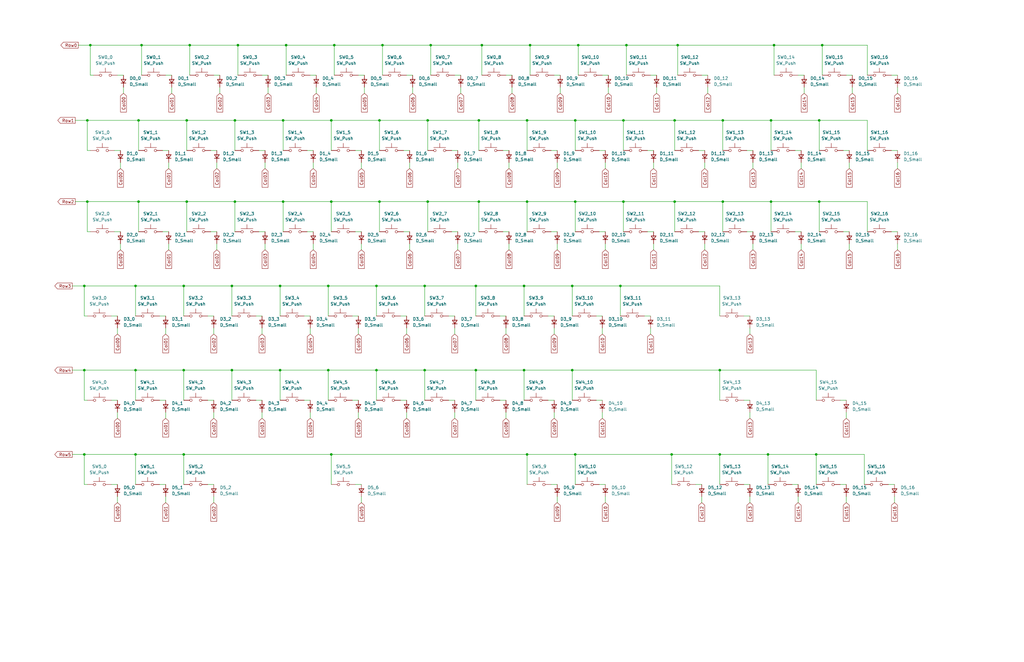
<source format=kicad_sch>
(kicad_sch (version 20211123) (generator eeschema)
  (paper "User" 431.8 279.4)
  (title_block (title "Switch matrix"))
  (junction (at 241.3 156.21))
  (junction (at 181.61 19.05))
  (junction (at 223.52 19.05))
  (junction (at 57.15 156.21))
  (junction (at 180.34 85.09))
  (junction (at 345.44 50.8))
  (junction (at 344.17 191.77))
  (junction (at 80.01 19.05))
  (junction (at 222.25 50.8))
  (junction (at 220.98 120.65))
  (junction (at 179.07 120.65))
  (junction (at 200.66 120.65))
  (junction (at 201.93 50.8))
  (junction (at 284.48 50.8))
  (junction (at 36.83 85.09))
  (junction (at 57.15 120.65))
  (junction (at 201.93 85.09))
  (junction (at 35.56 156.21))
  (junction (at 303.53 156.21))
  (junction (at 262.89 85.09))
  (junction (at 100.33 19.05))
  (junction (at 140.97 19.05))
  (junction (at 120.65 19.05))
  (junction (at 242.57 191.77))
  (junction (at 158.75 120.65))
  (junction (at 242.57 50.8))
  (junction (at 283.21 191.77))
  (junction (at 138.43 156.21))
  (junction (at 203.2 19.05))
  (junction (at 200.66 156.21))
  (junction (at 77.47 120.65))
  (junction (at 304.8 50.8))
  (junction (at 59.69 19.05))
  (junction (at 242.57 85.09))
  (junction (at 139.7 50.8))
  (junction (at 36.83 50.8))
  (junction (at 180.34 50.8))
  (junction (at 160.02 50.8))
  (junction (at 118.11 120.65))
  (junction (at 118.11 156.21))
  (junction (at 325.12 85.09))
  (junction (at 222.25 191.77))
  (junction (at 38.1 19.05))
  (junction (at 222.25 85.09))
  (junction (at 119.38 50.8))
  (junction (at 346.71 19.05))
  (junction (at 304.8 85.09))
  (junction (at 345.44 85.09))
  (junction (at 326.39 19.05))
  (junction (at 99.06 50.8))
  (junction (at 78.74 85.09))
  (junction (at 78.74 50.8))
  (junction (at 325.12 50.8))
  (junction (at 57.15 191.77))
  (junction (at 77.47 156.21))
  (junction (at 77.47 191.77))
  (junction (at 139.7 191.77))
  (junction (at 35.56 191.77))
  (junction (at 99.06 85.09))
  (junction (at 243.84 19.05))
  (junction (at 264.16 19.05))
  (junction (at 139.7 85.09))
  (junction (at 241.3 120.65))
  (junction (at 158.75 156.21))
  (junction (at 119.38 85.09))
  (junction (at 179.07 156.21))
  (junction (at 285.75 19.05))
  (junction (at 138.43 120.65))
  (junction (at 261.62 120.65))
  (junction (at 97.79 120.65))
  (junction (at 323.85 191.77))
  (junction (at 303.53 191.77))
  (junction (at 161.29 19.05))
  (junction (at 160.02 85.09))
  (junction (at 97.79 156.21))
  (junction (at 58.42 50.8))
  (junction (at 220.98 156.21))
  (junction (at 262.89 50.8))
  (junction (at 35.56 120.65))
  (junction (at 284.48 85.09))
  (junction (at 58.42 85.09))
  (wire (pts (xy 35.56 191.77) (xy 57.15 191.77)))
  (wire (pts (xy 191.77 173.99) (xy 191.77 176.53)))
  (wire (pts (xy 346.71 19.05) (xy 346.71 31.75)))
  (wire (pts (xy 264.16 19.05) (xy 285.75 19.05)))
  (wire (pts (xy 158.75 156.21) (xy 158.75 168.91)))
  (wire (pts (xy 120.65 19.05) (xy 120.65 31.75)))
  (wire (pts (xy 241.3 120.65) (xy 261.62 120.65)))
  (wire (pts (xy 344.17 191.77) (xy 364.49 191.77)))
  (wire (pts (xy 295.91 31.75) (xy 298.45 31.75)))
  (wire (pts (xy 87.63 133.35) (xy 90.17 133.35)))
  (wire (pts (xy 35.56 191.77) (xy 35.56 204.47)))
  (wire (pts (xy 78.74 85.09) (xy 78.74 97.79)))
  (wire (pts (xy 212.09 63.5) (xy 214.63 63.5)))
  (wire (pts (xy 256.54 36.83) (xy 256.54 39.37)))
  (wire (pts (xy 67.31 133.35) (xy 69.85 133.35)))
  (wire (pts (xy 172.72 68.58) (xy 172.72 71.12)))
  (wire (pts (xy 284.48 85.09) (xy 284.48 97.79)))
  (wire (pts (xy 364.49 191.77) (xy 364.49 204.47)))
  (wire (pts (xy 91.44 68.58) (xy 91.44 71.12)))
  (wire (pts (xy 50.8 102.87) (xy 50.8 105.41)))
  (wire (pts (xy 97.79 120.65) (xy 97.79 133.35)))
  (wire (pts (xy 111.76 102.87) (xy 111.76 105.41)))
  (wire (pts (xy 100.33 19.05) (xy 100.33 31.75)))
  (wire (pts (xy 232.41 204.47) (xy 234.95 204.47)))
  (wire (pts (xy 365.76 50.8) (xy 365.76 63.5)))
  (wire (pts (xy 46.99 133.35) (xy 49.53 133.35)))
  (wire (pts (xy 160.02 85.09) (xy 160.02 97.79)))
  (wire (pts (xy 77.47 191.77) (xy 77.47 204.47)))
  (wire (pts (xy 210.82 133.35) (xy 213.36 133.35)))
  (wire (pts (xy 129.54 63.5) (xy 132.08 63.5)))
  (wire (pts (xy 254 173.99) (xy 254 176.53)))
  (wire (pts (xy 242.57 85.09) (xy 262.89 85.09)))
  (wire (pts (xy 234.95 68.58) (xy 234.95 71.12)))
  (wire (pts (xy 109.22 97.79) (xy 111.76 97.79)))
  (wire (pts (xy 171.45 31.75) (xy 173.99 31.75)))
  (wire (pts (xy 325.12 50.8) (xy 325.12 63.5)))
  (wire (pts (xy 50.8 68.58) (xy 50.8 71.12)))
  (wire (pts (xy 241.3 156.21) (xy 303.53 156.21)))
  (wire (pts (xy 113.03 36.83) (xy 113.03 39.37)))
  (wire (pts (xy 273.05 63.5) (xy 275.59 63.5)))
  (wire (pts (xy 35.56 133.35) (xy 36.83 133.35)))
  (wire (pts (xy 223.52 19.05) (xy 223.52 31.75)))
  (wire (pts (xy 49.53 31.75) (xy 52.07 31.75)))
  (wire (pts (xy 97.79 156.21) (xy 118.11 156.21)))
  (wire (pts (xy 242.57 50.8) (xy 262.89 50.8)))
  (wire (pts (xy 222.25 191.77) (xy 242.57 191.77)))
  (wire (pts (xy 180.34 85.09) (xy 180.34 97.79)))
  (wire (pts (xy 232.41 97.79) (xy 234.95 97.79)))
  (wire (pts (xy 46.99 168.91) (xy 49.53 168.91)))
  (wire (pts (xy 356.87 209.55) (xy 356.87 212.09)))
  (wire (pts (xy 36.83 63.5) (xy 38.1 63.5)))
  (wire (pts (xy 138.43 120.65) (xy 138.43 133.35)))
  (wire (pts (xy 170.18 97.79) (xy 172.72 97.79)))
  (wire (pts (xy 36.83 85.09) (xy 58.42 85.09)))
  (wire (pts (xy 316.23 209.55) (xy 316.23 212.09)))
  (wire (pts (xy 213.36 138.43) (xy 213.36 140.97)))
  (wire (pts (xy 243.84 19.05) (xy 243.84 31.75)))
  (wire (pts (xy 231.14 168.91) (xy 233.68 168.91)))
  (wire (pts (xy 149.86 97.79) (xy 152.4 97.79)))
  (wire (pts (xy 283.21 191.77) (xy 303.53 191.77)))
  (wire (pts (xy 52.07 36.83) (xy 52.07 39.37)))
  (wire (pts (xy 35.56 156.21) (xy 35.56 168.91)))
  (wire (pts (xy 78.74 50.8) (xy 99.06 50.8)))
  (wire (pts (xy 69.85 31.75) (xy 72.39 31.75)))
  (wire (pts (xy 284.48 50.8) (xy 284.48 63.5)))
  (wire (pts (xy 275.59 68.58) (xy 275.59 71.12)))
  (wire (pts (xy 100.33 19.05) (xy 120.65 19.05)))
  (wire (pts (xy 35.56 204.47) (xy 36.83 204.47)))
  (wire (pts (xy 223.52 19.05) (xy 243.84 19.05)))
  (wire (pts (xy 222.25 50.8) (xy 222.25 63.5)))
  (wire (pts (xy 90.17 209.55) (xy 90.17 212.09)))
  (wire (pts (xy 118.11 156.21) (xy 138.43 156.21)))
  (wire (pts (xy 152.4 102.87) (xy 152.4 105.41)))
  (wire (pts (xy 161.29 19.05) (xy 181.61 19.05)))
  (wire (pts (xy 236.22 36.83) (xy 236.22 39.37)))
  (wire (pts (xy 378.46 68.58) (xy 378.46 71.12)))
  (wire (pts (xy 139.7 85.09) (xy 160.02 85.09)))
  (wire (pts (xy 285.75 19.05) (xy 285.75 31.75)))
  (wire (pts (xy 191.77 31.75) (xy 194.31 31.75)))
  (wire (pts (xy 128.27 133.35) (xy 130.81 133.35)))
  (wire (pts (xy 345.44 85.09) (xy 345.44 97.79)))
  (wire (pts (xy 36.83 50.8) (xy 36.83 63.5)))
  (wire (pts (xy 179.07 156.21) (xy 200.66 156.21)))
  (wire (pts (xy 358.14 68.58) (xy 358.14 71.12)))
  (wire (pts (xy 241.3 156.21) (xy 241.3 168.91)))
  (wire (pts (xy 275.59 102.87) (xy 275.59 105.41)))
  (wire (pts (xy 273.05 97.79) (xy 275.59 97.79)))
  (wire (pts (xy 190.5 63.5) (xy 193.04 63.5)))
  (wire (pts (xy 180.34 50.8) (xy 180.34 63.5)))
  (wire (pts (xy 179.07 120.65) (xy 179.07 133.35)))
  (wire (pts (xy 377.19 209.55) (xy 377.19 212.09)))
  (wire (pts (xy 139.7 85.09) (xy 139.7 97.79)))
  (wire (pts (xy 203.2 19.05) (xy 203.2 31.75)))
  (wire (pts (xy 201.93 50.8) (xy 222.25 50.8)))
  (wire (pts (xy 201.93 85.09) (xy 222.25 85.09)))
  (wire (pts (xy 90.17 31.75) (xy 92.71 31.75)))
  (wire (pts (xy 234.95 209.55) (xy 234.95 212.09)))
  (wire (pts (xy 335.28 97.79) (xy 337.82 97.79)))
  (wire (pts (xy 354.33 204.47) (xy 356.87 204.47)))
  (wire (pts (xy 87.63 168.91) (xy 90.17 168.91)))
  (wire (pts (xy 88.9 63.5) (xy 91.44 63.5)))
  (wire (pts (xy 220.98 156.21) (xy 241.3 156.21)))
  (wire (pts (xy 189.23 133.35) (xy 191.77 133.35)))
  (wire (pts (xy 35.56 156.21) (xy 57.15 156.21)))
  (wire (pts (xy 36.83 50.8) (xy 58.42 50.8)))
  (wire (pts (xy 261.62 120.65) (xy 261.62 133.35)))
  (wire (pts (xy 90.17 138.43) (xy 90.17 140.97)))
  (wire (pts (xy 316.23 138.43) (xy 316.23 140.97)))
  (wire (pts (xy 111.76 68.58) (xy 111.76 71.12)))
  (wire (pts (xy 334.01 204.47) (xy 336.55 204.47)))
  (wire (pts (xy 297.18 68.58) (xy 297.18 71.12)))
  (wire (pts (xy 234.95 102.87) (xy 234.95 105.41)))
  (wire (pts (xy 49.53 209.55) (xy 49.53 212.09)))
  (wire (pts (xy 72.39 36.83) (xy 72.39 39.37)))
  (wire (pts (xy 119.38 50.8) (xy 139.7 50.8)))
  (wire (pts (xy 77.47 120.65) (xy 97.79 120.65)))
  (wire (pts (xy 303.53 120.65) (xy 303.53 133.35)))
  (wire (pts (xy 139.7 50.8) (xy 160.02 50.8)))
  (wire (pts (xy 99.06 85.09) (xy 119.38 85.09)))
  (wire (pts (xy 231.14 133.35) (xy 233.68 133.35)))
  (wire (pts (xy 49.53 138.43) (xy 49.53 140.97)))
  (wire (pts (xy 326.39 19.05) (xy 326.39 31.75)))
  (wire (pts (xy 294.64 63.5) (xy 297.18 63.5)))
  (wire (pts (xy 71.12 68.58) (xy 71.12 71.12)))
  (wire (pts (xy 171.45 138.43) (xy 171.45 140.97)))
  (wire (pts (xy 325.12 85.09) (xy 325.12 97.79)))
  (wire (pts (xy 99.06 50.8) (xy 99.06 63.5)))
  (wire (pts (xy 346.71 19.05) (xy 326.39 19.05)))
  (wire (pts (xy 200.66 156.21) (xy 200.66 168.91)))
  (wire (pts (xy 303.53 156.21) (xy 344.17 156.21)))
  (wire (pts (xy 251.46 133.35) (xy 254 133.35)))
  (wire (pts (xy 255.27 209.55) (xy 255.27 212.09)))
  (wire (pts (xy 262.89 85.09) (xy 284.48 85.09)))
  (wire (pts (xy 313.69 133.35) (xy 316.23 133.35)))
  (wire (pts (xy 151.13 138.43) (xy 151.13 140.97)))
  (wire (pts (xy 36.83 85.09) (xy 36.83 97.79)))
  (wire (pts (xy 158.75 120.65) (xy 179.07 120.65)))
  (wire (pts (xy 220.98 120.65) (xy 220.98 133.35)))
  (wire (pts (xy 378.46 36.83) (xy 378.46 39.37)))
  (wire (pts (xy 59.69 19.05) (xy 80.01 19.05)))
  (wire (pts (xy 158.75 156.21) (xy 179.07 156.21)))
  (wire (pts (xy 262.89 85.09) (xy 262.89 97.79)))
  (wire (pts (xy 297.18 102.87) (xy 297.18 105.41)))
  (wire (pts (xy 77.47 156.21) (xy 77.47 168.91)))
  (wire (pts (xy 109.22 63.5) (xy 111.76 63.5)))
  (wire (pts (xy 46.99 204.47) (xy 49.53 204.47)))
  (wire (pts (xy 378.46 102.87) (xy 378.46 105.41)))
  (wire (pts (xy 274.32 31.75) (xy 276.86 31.75)))
  (wire (pts (xy 314.96 97.79) (xy 317.5 97.79)))
  (wire (pts (xy 140.97 19.05) (xy 140.97 31.75)))
  (wire (pts (xy 35.56 120.65) (xy 57.15 120.65)))
  (wire (pts (xy 314.96 63.5) (xy 317.5 63.5)))
  (wire (pts (xy 345.44 85.09) (xy 325.12 85.09)))
  (wire (pts (xy 222.25 85.09) (xy 242.57 85.09)))
  (wire (pts (xy 30.48 156.21) (xy 35.56 156.21)))
  (wire (pts (xy 38.1 31.75) (xy 39.37 31.75)))
  (wire (pts (xy 48.26 97.79) (xy 50.8 97.79)))
  (wire (pts (xy 336.55 209.55) (xy 336.55 212.09)))
  (wire (pts (xy 132.08 68.58) (xy 132.08 71.12)))
  (wire (pts (xy 355.6 63.5) (xy 358.14 63.5)))
  (wire (pts (xy 313.69 168.91) (xy 316.23 168.91)))
  (wire (pts (xy 271.78 133.35) (xy 274.32 133.35)))
  (wire (pts (xy 232.41 63.5) (xy 234.95 63.5)))
  (wire (pts (xy 158.75 120.65) (xy 158.75 133.35)))
  (wire (pts (xy 303.53 191.77) (xy 323.85 191.77)))
  (wire (pts (xy 78.74 50.8) (xy 78.74 63.5)))
  (wire (pts (xy 69.85 209.55) (xy 69.85 212.09)))
  (wire (pts (xy 139.7 191.77) (xy 139.7 204.47)))
  (wire (pts (xy 345.44 50.8) (xy 365.76 50.8)))
  (wire (pts (xy 151.13 173.99) (xy 151.13 176.53)))
  (wire (pts (xy 181.61 19.05) (xy 181.61 31.75)))
  (wire (pts (xy 59.69 19.05) (xy 59.69 31.75)))
  (wire (pts (xy 303.53 156.21) (xy 303.53 168.91)))
  (wire (pts (xy 58.42 50.8) (xy 78.74 50.8)))
  (wire (pts (xy 191.77 138.43) (xy 191.77 140.97)))
  (wire (pts (xy 317.5 68.58) (xy 317.5 71.12)))
  (wire (pts (xy 233.68 173.99) (xy 233.68 176.53)))
  (wire (pts (xy 35.56 120.65) (xy 35.56 133.35)))
  (wire (pts (xy 119.38 85.09) (xy 139.7 85.09)))
  (wire (pts (xy 323.85 191.77) (xy 323.85 204.47)))
  (wire (pts (xy 38.1 19.05) (xy 38.1 31.75)))
  (wire (pts (xy 262.89 50.8) (xy 284.48 50.8)))
  (wire (pts (xy 375.92 97.79) (xy 378.46 97.79)))
  (wire (pts (xy 365.76 85.09) (xy 365.76 97.79)))
  (wire (pts (xy 337.82 102.87) (xy 337.82 105.41)))
  (wire (pts (xy 171.45 173.99) (xy 171.45 176.53)))
  (wire (pts (xy 274.32 138.43) (xy 274.32 140.97)))
  (wire (pts (xy 233.68 31.75) (xy 236.22 31.75)))
  (wire (pts (xy 375.92 31.75) (xy 378.46 31.75)))
  (wire (pts (xy 214.63 68.58) (xy 214.63 71.12)))
  (wire (pts (xy 119.38 85.09) (xy 119.38 97.79)))
  (wire (pts (xy 241.3 120.65) (xy 241.3 133.35)))
  (wire (pts (xy 304.8 85.09) (xy 325.12 85.09)))
  (wire (pts (xy 254 138.43) (xy 254 140.97)))
  (wire (pts (xy 110.49 173.99) (xy 110.49 176.53)))
  (wire (pts (xy 313.69 204.47) (xy 316.23 204.47)))
  (wire (pts (xy 233.68 138.43) (xy 233.68 140.97)))
  (wire (pts (xy 68.58 97.79) (xy 71.12 97.79)))
  (wire (pts (xy 151.13 31.75) (xy 153.67 31.75)))
  (wire (pts (xy 303.53 191.77) (xy 303.53 204.47)))
  (wire (pts (xy 220.98 120.65) (xy 241.3 120.65)))
  (wire (pts (xy 168.91 133.35) (xy 171.45 133.35)))
  (wire (pts (xy 33.02 19.05) (xy 38.1 19.05)))
  (wire (pts (xy 344.17 191.77) (xy 344.17 204.47)))
  (wire (pts (xy 252.73 63.5) (xy 255.27 63.5)))
  (wire (pts (xy 215.9 36.83) (xy 215.9 39.37)))
  (wire (pts (xy 140.97 19.05) (xy 161.29 19.05)))
  (wire (pts (xy 69.85 138.43) (xy 69.85 140.97)))
  (wire (pts (xy 77.47 120.65) (xy 77.47 133.35)))
  (wire (pts (xy 80.01 19.05) (xy 100.33 19.05)))
  (wire (pts (xy 345.44 50.8) (xy 325.12 50.8)))
  (wire (pts (xy 304.8 50.8) (xy 304.8 63.5)))
  (wire (pts (xy 201.93 50.8) (xy 201.93 63.5)))
  (wire (pts (xy 220.98 156.21) (xy 220.98 168.91)))
  (wire (pts (xy 67.31 204.47) (xy 69.85 204.47)))
  (wire (pts (xy 179.07 120.65) (xy 200.66 120.65)))
  (wire (pts (xy 336.55 31.75) (xy 339.09 31.75)))
  (wire (pts (xy 57.15 191.77) (xy 77.47 191.77)))
  (wire (pts (xy 87.63 204.47) (xy 90.17 204.47)))
  (wire (pts (xy 374.65 204.47) (xy 377.19 204.47)))
  (wire (pts (xy 160.02 50.8) (xy 160.02 63.5)))
  (wire (pts (xy 355.6 97.79) (xy 358.14 97.79)))
  (wire (pts (xy 339.09 36.83) (xy 339.09 39.37)))
  (wire (pts (xy 57.15 191.77) (xy 57.15 204.47)))
  (wire (pts (xy 304.8 85.09) (xy 304.8 97.79)))
  (wire (pts (xy 193.04 102.87) (xy 193.04 105.41)))
  (wire (pts (xy 119.38 50.8) (xy 119.38 63.5)))
  (wire (pts (xy 129.54 97.79) (xy 132.08 97.79)))
  (wire (pts (xy 298.45 36.83) (xy 298.45 39.37)))
  (wire (pts (xy 90.17 173.99) (xy 90.17 176.53)))
  (wire (pts (xy 130.81 31.75) (xy 133.35 31.75)))
  (wire (pts (xy 160.02 50.8) (xy 180.34 50.8)))
  (wire (pts (xy 210.82 168.91) (xy 213.36 168.91)))
  (wire (pts (xy 133.35 36.83) (xy 133.35 39.37)))
  (wire (pts (xy 99.06 85.09) (xy 99.06 97.79)))
  (wire (pts (xy 203.2 19.05) (xy 223.52 19.05)))
  (wire (pts (xy 99.06 50.8) (xy 119.38 50.8)))
  (wire (pts (xy 242.57 50.8) (xy 242.57 63.5)))
  (wire (pts (xy 261.62 120.65) (xy 303.53 120.65)))
  (wire (pts (xy 71.12 102.87) (xy 71.12 105.41)))
  (wire (pts (xy 255.27 68.58) (xy 255.27 71.12)))
  (wire (pts (xy 345.44 85.09) (xy 365.76 85.09)))
  (wire (pts (xy 31.75 85.09) (xy 36.83 85.09)))
  (wire (pts (xy 255.27 102.87) (xy 255.27 105.41)))
  (wire (pts (xy 200.66 120.65) (xy 220.98 120.65)))
  (wire (pts (xy 118.11 120.65) (xy 118.11 133.35)))
  (wire (pts (xy 213.36 31.75) (xy 215.9 31.75)))
  (wire (pts (xy 130.81 138.43) (xy 130.81 140.97)))
  (wire (pts (xy 30.48 191.77) (xy 35.56 191.77)))
  (wire (pts (xy 365.76 19.05) (xy 365.76 31.75)))
  (wire (pts (xy 346.71 19.05) (xy 365.76 19.05)))
  (wire (pts (xy 107.95 133.35) (xy 110.49 133.35)))
  (wire (pts (xy 30.48 120.65) (xy 35.56 120.65)))
  (wire (pts (xy 354.33 168.91) (xy 356.87 168.91)))
  (wire (pts (xy 110.49 138.43) (xy 110.49 140.97)))
  (wire (pts (xy 181.61 19.05) (xy 203.2 19.05)))
  (wire (pts (xy 152.4 68.58) (xy 152.4 71.12)))
  (wire (pts (xy 91.44 102.87) (xy 91.44 105.41)))
  (wire (pts (xy 152.4 209.55) (xy 152.4 212.09)))
  (wire (pts (xy 148.59 133.35) (xy 151.13 133.35)))
  (wire (pts (xy 344.17 191.77) (xy 323.85 191.77)))
  (wire (pts (xy 222.25 85.09) (xy 222.25 97.79)))
  (wire (pts (xy 77.47 191.77) (xy 139.7 191.77)))
  (wire (pts (xy 189.23 168.91) (xy 191.77 168.91)))
  (wire (pts (xy 57.15 120.65) (xy 77.47 120.65)))
  (wire (pts (xy 92.71 36.83) (xy 92.71 39.37)))
  (wire (pts (xy 304.8 50.8) (xy 325.12 50.8)))
  (wire (pts (xy 49.53 173.99) (xy 49.53 176.53)))
  (wire (pts (xy 201.93 85.09) (xy 201.93 97.79)))
  (wire (pts (xy 78.74 85.09) (xy 99.06 85.09)))
  (wire (pts (xy 57.15 120.65) (xy 57.15 133.35)))
  (wire (pts (xy 69.85 173.99) (xy 69.85 176.53)))
  (wire (pts (xy 180.34 50.8) (xy 201.93 50.8)))
  (wire (pts (xy 118.11 120.65) (xy 138.43 120.65)))
  (wire (pts (xy 149.86 204.47) (xy 152.4 204.47)))
  (wire (pts (xy 180.34 85.09) (xy 201.93 85.09)))
  (wire (pts (xy 254 31.75) (xy 256.54 31.75)))
  (wire (pts (xy 222.25 50.8) (xy 242.57 50.8)))
  (wire (pts (xy 97.79 156.21) (xy 97.79 168.91)))
  (wire (pts (xy 179.07 156.21) (xy 179.07 168.91)))
  (wire (pts (xy 344.17 156.21) (xy 344.17 168.91)))
  (wire (pts (xy 118.11 156.21) (xy 118.11 168.91)))
  (wire (pts (xy 31.75 50.8) (xy 36.83 50.8)))
  (wire (pts (xy 375.92 63.5) (xy 378.46 63.5)))
  (wire (pts (xy 356.87 173.99) (xy 356.87 176.53)))
  (wire (pts (xy 77.47 156.21) (xy 97.79 156.21)))
  (wire (pts (xy 337.82 68.58) (xy 337.82 71.12)))
  (wire (pts (xy 213.36 173.99) (xy 213.36 176.53)))
  (wire (pts (xy 130.81 173.99) (xy 130.81 176.53)))
  (wire (pts (xy 193.04 68.58) (xy 193.04 71.12)))
  (wire (pts (xy 139.7 50.8) (xy 139.7 63.5)))
  (wire (pts (xy 242.57 191.77) (xy 242.57 204.47)))
  (wire (pts (xy 317.5 102.87) (xy 317.5 105.41)))
  (wire (pts (xy 58.42 50.8) (xy 58.42 63.5)))
  (wire (pts (xy 285.75 19.05) (xy 326.39 19.05)))
  (wire (pts (xy 293.37 204.47) (xy 295.91 204.47)))
  (wire (pts (xy 36.83 97.79) (xy 38.1 97.79)))
  (wire (pts (xy 35.56 168.91) (xy 36.83 168.91)))
  (wire (pts (xy 295.91 209.55) (xy 295.91 212.09)))
  (wire (pts (xy 212.09 97.79) (xy 214.63 97.79)))
  (wire (pts (xy 170.18 63.5) (xy 172.72 63.5)))
  (wire (pts (xy 57.15 156.21) (xy 77.47 156.21)))
  (wire (pts (xy 107.95 168.91) (xy 110.49 168.91)))
  (wire (pts (xy 120.65 19.05) (xy 140.97 19.05)))
  (wire (pts (xy 168.91 168.91) (xy 171.45 168.91)))
  (wire (pts (xy 358.14 102.87) (xy 358.14 105.41)))
  (wire (pts (xy 97.79 120.65) (xy 118.11 120.65)))
  (wire (pts (xy 138.43 120.65) (xy 158.75 120.65)))
  (wire (pts (xy 345.44 50.8) (xy 345.44 63.5)))
  (wire (pts (xy 128.27 168.91) (xy 130.81 168.91)))
  (wire (pts (xy 132.08 102.87) (xy 132.08 105.41)))
  (wire (pts (xy 276.86 36.83) (xy 276.86 39.37)))
  (wire (pts (xy 160.02 85.09) (xy 180.34 85.09)))
  (wire (pts (xy 356.87 31.75) (xy 359.41 31.75)))
  (wire (pts (xy 67.31 168.91) (xy 69.85 168.91)))
  (wire (pts (xy 138.43 156.21) (xy 138.43 168.91)))
  (wire (pts (xy 190.5 97.79) (xy 193.04 97.79)))
  (wire (pts (xy 58.42 85.09) (xy 58.42 97.79)))
  (wire (pts (xy 284.48 85.09) (xy 304.8 85.09)))
  (wire (pts (xy 173.99 36.83) (xy 173.99 39.37)))
  (wire (pts (xy 88.9 97.79) (xy 91.44 97.79)))
  (wire (pts (xy 242.57 85.09) (xy 242.57 97.79)))
  (wire (pts (xy 243.84 19.05) (xy 264.16 19.05)))
  (wire (pts (xy 200.66 156.21) (xy 220.98 156.21)))
  (wire (pts (xy 57.15 156.21) (xy 57.15 168.91)))
  (wire (pts (xy 148.59 168.91) (xy 151.13 168.91)))
  (wire (pts (xy 264.16 19.05) (xy 264.16 31.75)))
  (wire (pts (xy 48.26 63.5) (xy 50.8 63.5)))
  (wire (pts (xy 294.64 97.79) (xy 297.18 97.79)))
  (wire (pts (xy 58.42 85.09) (xy 78.74 85.09)))
  (wire (pts (xy 359.41 36.83) (xy 359.41 39.37)))
  (wire (pts (xy 251.46 168.91) (xy 254 168.91)))
  (wire (pts (xy 200.66 120.65) (xy 200.66 133.35)))
  (wire (pts (xy 252.73 97.79) (xy 255.27 97.79)))
  (wire (pts (xy 242.57 191.77) (xy 283.21 191.77)))
  (wire (pts (xy 222.25 191.77) (xy 222.25 204.47)))
  (wire (pts (xy 262.89 50.8) (xy 262.89 63.5)))
  (wire (pts (xy 138.43 156.21) (xy 158.75 156.21)))
  (wire (pts (xy 80.01 19.05) (xy 80.01 31.75)))
  (wire (pts (xy 283.21 191.77) (xy 283.21 204.47)))
  (wire (pts (xy 335.28 63.5) (xy 337.82 63.5)))
  (wire (pts (xy 38.1 19.05) (xy 59.69 19.05)))
  (wire (pts (xy 139.7 191.77) (xy 222.25 191.77)))
  (wire (pts (xy 68.58 63.5) (xy 71.12 63.5)))
  (wire (pts (xy 110.49 31.75) (xy 113.03 31.75)))
  (wire (pts (xy 161.29 19.05) (xy 161.29 31.75)))
  (wire (pts (xy 316.23 173.99) (xy 316.23 176.53)))
  (wire (pts (xy 214.63 102.87) (xy 214.63 105.41)))
  (wire (pts (xy 149.86 63.5) (xy 152.4 63.5)))
  (wire (pts (xy 172.72 102.87) (xy 172.72 105.41)))
  (wire (pts (xy 153.67 36.83) (xy 153.67 39.37)))
  (wire (pts (xy 284.48 50.8) (xy 304.8 50.8)))
  (wire (pts (xy 194.31 36.83) (xy 194.31 39.37)))
  (wire (pts (xy 252.73 204.47) (xy 255.27 204.47)))
  (global_label "Col07" (shape input) (at 194.31 39.37 270) (property "Intersheet References" "${INTERSHEET_REFS}" (effects hide)))
  (global_label "Col14" (shape input) (at 339.09 39.37 270) (property "Intersheet References" "${INTERSHEET_REFS}" (effects hide)))
  (global_label "Col01" (shape input) (at 69.85 212.09 270) (property "Intersheet References" "${INTERSHEET_REFS}" (effects hide)))
  (global_label "Col15" (shape input) (at 359.41 39.37 270) (property "Intersheet References" "${INTERSHEET_REFS}" (effects hide)))
  (global_label "Col00" (shape input) (at 49.53 140.97 270) (property "Intersheet References" "${INTERSHEET_REFS}" (effects hide)))
  (global_label "Col03" (shape input) (at 111.76 105.41 270) (property "Intersheet References" "${INTERSHEET_REFS}" (effects hide)))
  (global_label "Col00" (shape input) (at 52.07 39.37 270) (property "Intersheet References" "${INTERSHEET_REFS}" (effects hide)))
  (global_label "Col06" (shape input) (at 172.72 71.12 270) (property "Intersheet References" "${INTERSHEET_REFS}" (effects hide)))
  (global_label "Col14" (shape input) (at 337.82 105.41 270) (property "Intersheet References" "${INTERSHEET_REFS}" (effects hide)))
  (global_label "Col07" (shape input) (at 193.04 105.41 270) (property "Intersheet References" "${INTERSHEET_REFS}" (effects hide)))
  (global_label "Col16" (shape input) (at 378.46 105.41 270) (property "Intersheet References" "${INTERSHEET_REFS}" (effects hide)))
  (global_label "Col08" (shape input) (at 215.9 39.37 270) (property "Intersheet References" "${INTERSHEET_REFS}" (effects hide)))
  (global_label "Col09" (shape input) (at 234.95 71.12 270) (property "Intersheet References" "${INTERSHEET_REFS}" (effects hide)))
  (global_label "Col04" (shape input) (at 130.81 176.53 270) (property "Intersheet References" "${INTERSHEET_REFS}" (effects hide)))
  (global_label "Col03" (shape input) (at 110.49 176.53 270) (property "Intersheet References" "${INTERSHEET_REFS}" (effects hide)))
  (global_label "Col02" (shape input) (at 90.17 140.97 270) (property "Intersheet References" "${INTERSHEET_REFS}" (effects hide)))
  (global_label "Col07" (shape input) (at 193.04 71.12 270) (property "Intersheet References" "${INTERSHEET_REFS}" (effects hide)))
  (global_label "Col05" (shape input) (at 151.13 176.53 270) (property "Intersheet References" "${INTERSHEET_REFS}" (effects hide)))
  (global_label "Col15" (shape input) (at 358.14 71.12 270) (property "Intersheet References" "${INTERSHEET_REFS}" (effects hide)))
  (global_label "Col13" (shape input) (at 317.5 105.41 270) (property "Intersheet References" "${INTERSHEET_REFS}" (effects hide)))
  (global_label "Col14" (shape input) (at 337.82 71.12 270) (property "Intersheet References" "${INTERSHEET_REFS}" (effects hide)))
  (global_label "Col10" (shape input) (at 255.27 212.09 270) (property "Intersheet References" "${INTERSHEET_REFS}" (effects hide)))
  (global_label "Col09" (shape input) (at 236.22 39.37 270) (property "Intersheet References" "${INTERSHEET_REFS}" (effects hide)))
  (global_label "Col05" (shape input) (at 152.4 212.09 270) (property "Intersheet References" "${INTERSHEET_REFS}" (effects hide)))
  (global_label "Col01" (shape input) (at 69.85 140.97 270) (property "Intersheet References" "${INTERSHEET_REFS}" (effects hide)))
  (global_label "Row5" (shape output) (at 30.48 191.77 180) (property "Intersheet References" "${INTERSHEET_REFS}" (effects hide)))
  (global_label "Col03" (shape input) (at 111.76 71.12 270) (property "Intersheet References" "${INTERSHEET_REFS}" (effects hide)))
  (global_label "Col03" (shape input) (at 113.03 39.37 270) (property "Intersheet References" "${INTERSHEET_REFS}" (effects hide)))
  (global_label "Col07" (shape input) (at 191.77 176.53 270) (property "Intersheet References" "${INTERSHEET_REFS}" (effects hide)))
  (global_label "Col01" (shape input) (at 71.12 71.12 270) (property "Intersheet References" "${INTERSHEET_REFS}" (effects hide)))
  (global_label "Col11" (shape input) (at 276.86 39.37 270) (property "Intersheet References" "${INTERSHEET_REFS}" (effects hide)))
  (global_label "Col01" (shape input) (at 72.39 39.37 270) (property "Intersheet References" "${INTERSHEET_REFS}" (effects hide)))
  (global_label "Col05" (shape input) (at 151.13 140.97 270) (property "Intersheet References" "${INTERSHEET_REFS}" (effects hide)))
  (global_label "Col02" (shape input) (at 90.17 176.53 270) (property "Intersheet References" "${INTERSHEET_REFS}" (effects hide)))
  (global_label "Col08" (shape input) (at 213.36 176.53 270) (property "Intersheet References" "${INTERSHEET_REFS}" (effects hide)))
  (global_label "Row3" (shape output) (at 30.48 120.65 180) (property "Intersheet References" "${INTERSHEET_REFS}" (effects hide)))
  (global_label "Col00" (shape input) (at 49.53 176.53 270) (property "Intersheet References" "${INTERSHEET_REFS}" (effects hide)))
  (global_label "Col06" (shape input) (at 171.45 140.97 270) (property "Intersheet References" "${INTERSHEET_REFS}" (effects hide)))
  (global_label "Col16" (shape input) (at 377.19 212.09 270) (property "Intersheet References" "${INTERSHEET_REFS}" (effects hide)))
  (global_label "Col04" (shape input) (at 132.08 105.41 270) (property "Intersheet References" "${INTERSHEET_REFS}" (effects hide)))
  (global_label "Row0" (shape output) (at 33.02 19.05 180) (property "Intersheet References" "${INTERSHEET_REFS}" (effects hide)))
  (global_label "Col14" (shape input) (at 336.55 212.09 270) (property "Intersheet References" "${INTERSHEET_REFS}" (effects hide)))
  (global_label "Col06" (shape input) (at 172.72 105.41 270) (property "Intersheet References" "${INTERSHEET_REFS}" (effects hide)))
  (global_label "Col06" (shape input) (at 171.45 176.53 270) (property "Intersheet References" "${INTERSHEET_REFS}" (effects hide)))
  (global_label "Col02" (shape input) (at 91.44 105.41 270) (property "Intersheet References" "${INTERSHEET_REFS}" (effects hide)))
  (global_label "Col11" (shape input) (at 275.59 105.41 270) (property "Intersheet References" "${INTERSHEET_REFS}" (effects hide)))
  (global_label "Col11" (shape input) (at 274.32 140.97 270) (property "Intersheet References" "${INTERSHEET_REFS}" (effects hide)))
  (global_label "Col16" (shape input) (at 378.46 39.37 270) (property "Intersheet References" "${INTERSHEET_REFS}" (effects hide)))
  (global_label "Col01" (shape input) (at 71.12 105.41 270) (property "Intersheet References" "${INTERSHEET_REFS}" (effects hide)))
  (global_label "Col05" (shape input) (at 153.67 39.37 270) (property "Intersheet References" "${INTERSHEET_REFS}" (effects hide)))
  (global_label "Col00" (shape input) (at 50.8 71.12 270) (property "Intersheet References" "${INTERSHEET_REFS}" (effects hide)))
  (global_label "Col04" (shape input) (at 132.08 71.12 270) (property "Intersheet References" "${INTERSHEET_REFS}" (effects hide)))
  (global_label "Col12" (shape input) (at 297.18 71.12 270) (property "Intersheet References" "${INTERSHEET_REFS}" (effects hide)))
  (global_label "Col08" (shape input) (at 214.63 105.41 270) (property "Intersheet References" "${INTERSHEET_REFS}" (effects hide)))
  (global_label "Col12" (shape input) (at 297.18 105.41 270) (property "Intersheet References" "${INTERSHEET_REFS}" (effects hide)))
  (global_label "Col09" (shape input) (at 234.95 212.09 270) (property "Intersheet References" "${INTERSHEET_REFS}" (effects hide)))
  (global_label "Col01" (shape input) (at 69.85 176.53 270) (property "Intersheet References" "${INTERSHEET_REFS}" (effects hide)))
  (global_label "Col12" (shape input) (at 295.91 212.09 270) (property "Intersheet References" "${INTERSHEET_REFS}" (effects hide)))
  (global_label "Col11" (shape input) (at 275.59 71.12 270) (property "Intersheet References" "${INTERSHEET_REFS}" (effects hide)))
  (global_label "Col13" (shape input) (at 316.23 212.09 270) (property "Intersheet References" "${INTERSHEET_REFS}" (effects hide)))
  (global_label "Col00" (shape input) (at 50.8 105.41 270) (property "Intersheet References" "${INTERSHEET_REFS}" (effects hide)))
  (global_label "Col05" (shape input) (at 152.4 71.12 270) (property "Intersheet References" "${INTERSHEET_REFS}" (effects hide)))
  (global_label "Col02" (shape input) (at 91.44 71.12 270) (property "Intersheet References" "${INTERSHEET_REFS}" (effects hide)))
  (global_label "Col15" (shape input) (at 356.87 212.09 270) (property "Intersheet References" "${INTERSHEET_REFS}" (effects hide)))
  (global_label "Row2" (shape output) (at 31.75 85.09 180) (property "Intersheet References" "${INTERSHEET_REFS}" (effects hide)))
  (global_label "Col03" (shape input) (at 110.49 140.97 270) (property "Intersheet References" "${INTERSHEET_REFS}" (effects hide)))
  (global_label "Col04" (shape input) (at 133.35 39.37 270) (property "Intersheet References" "${INTERSHEET_REFS}" (effects hide)))
  (global_label "Col06" (shape input) (at 173.99 39.37 270) (property "Intersheet References" "${INTERSHEET_REFS}" (effects hide)))
  (global_label "Col13" (shape input) (at 317.5 71.12 270) (property "Intersheet References" "${INTERSHEET_REFS}" (effects hide)))
  (global_label "Col02" (shape input) (at 92.71 39.37 270) (property "Intersheet References" "${INTERSHEET_REFS}" (effects hide)))
  (global_label "Col08" (shape input) (at 214.63 71.12 270) (property "Intersheet References" "${INTERSHEET_REFS}" (effects hide)))
  (global_label "Col13" (shape input) (at 316.23 176.53 270) (property "Intersheet References" "${INTERSHEET_REFS}" (effects hide)))
  (global_label "Col05" (shape input) (at 152.4 105.41 270) (property "Intersheet References" "${INTERSHEET_REFS}" (effects hide)))
  (global_label "Col07" (shape input) (at 191.77 140.97 270) (property "Intersheet References" "${INTERSHEET_REFS}" (effects hide)))
  (global_label "Col10" (shape input) (at 255.27 105.41 270) (property "Intersheet References" "${INTERSHEET_REFS}" (effects hide)))
  (global_label "Col00" (shape input) (at 49.53 212.09 270) (property "Intersheet References" "${INTERSHEET_REFS}" (effects hide)))
  (global_label "Col09" (shape input) (at 233.68 140.97 270) (property "Intersheet References" "${INTERSHEET_REFS}" (effects hide)))
  (global_label "Col10" (shape input) (at 255.27 71.12 270) (property "Intersheet References" "${INTERSHEET_REFS}" (effects hide)))
  (global_label "Col04" (shape input) (at 130.81 140.97 270) (property "Intersheet References" "${INTERSHEET_REFS}" (effects hide)))
  (global_label "Col10" (shape input) (at 256.54 39.37 270) (property "Intersheet References" "${INTERSHEET_REFS}" (effects hide)))
  (global_label "Col09" (shape input) (at 233.68 176.53 270) (property "Intersheet References" "${INTERSHEET_REFS}" (effects hide)))
  (global_label "Col08" (shape input) (at 213.36 140.97 270) (property "Intersheet References" "${INTERSHEET_REFS}" (effects hide)))
  (global_label "Col12" (shape input) (at 298.45 39.37 270) (property "Intersheet References" "${INTERSHEET_REFS}" (effects hide)))
  (global_label "Col10" (shape input) (at 254 176.53 270) (property "Intersheet References" "${INTERSHEET_REFS}" (effects hide)))
  (global_label "Col13" (shape input) (at 316.23 140.97 270) (property "Intersheet References" "${INTERSHEET_REFS}" (effects hide)))
  (global_label "Col15" (shape input) (at 356.87 176.53 270) (property "Intersheet References" "${INTERSHEET_REFS}" (effects hide)))
  (global_label "Col09" (shape input) (at 234.95 105.41 270) (property "Intersheet References" "${INTERSHEET_REFS}" (effects hide)))
  (global_label "Row4" (shape output) (at 30.48 156.21 180) (property "Intersheet References" "${INTERSHEET_REFS}" (effects hide)))
  (global_label "Col10" (shape input) (at 254 140.97 270) (property "Intersheet References" "${INTERSHEET_REFS}" (effects hide)))
  (global_label "Row1" (shape output) (at 31.75 50.8 180) (property "Intersheet References" "${INTERSHEET_REFS}" (effects hide)))
  (global_label "Col02" (shape input) (at 90.17 212.09 270) (property "Intersheet References" "${INTERSHEET_REFS}" (effects hide)))
  (global_label "Col15" (shape input) (at 358.14 105.41 270) (property "Intersheet References" "${INTERSHEET_REFS}" (effects hide)))
  (global_label "Col16" (shape input) (at 378.46 71.12 270) (property "Intersheet References" "${INTERSHEET_REFS}" (effects hide)))
  (symbol (lib_id "Switch:SW_Push") (at 85.09 31.75 0) (unit 1)
    (property "Reference" "SW0_2" (at 85.09 24.13 0))
    (property "Value" "SW_Push" (at 85.09 26.67 0))
    (property "Footprint" "Button_Switch_Keyboard:SW_Cherry_MX_1.00u_PCB" (effects hide))
  )
  (symbol (lib_id "Device:D_Small") (at 50.8 100.33 90) (unit 1)
    (property "Reference" "D2_0" (at 53.34 99.0599 90) (effects (justify right)))
    (property "Value" "D_Small" (at 53.34 101.5999 90) (effects (justify right)))
    (property "Footprint" "Diode_SMD:D_0603_1608Metric" (effects hide))
  )
  (symbol (lib_id "Device:D_Small") (at 214.63 100.33 90) (unit 1)
    (property "Reference" "D2_8" (at 217.17 99.0599 90) (effects (justify right)))
    (property "Value" "D_Small" (at 217.17 101.5999 90) (effects (justify right)))
    (property "Footprint" "Diode_SMD:D_0603_1608Metric" (effects hide))
  )
  (symbol (lib_id "Switch:SW_Push") (at 146.05 31.75 0) (unit 1)
    (property "Reference" "SW0_5" (at 146.05 24.13 0))
    (property "Value" "SW_Push" (at 146.05 26.67 0))
    (property "Footprint" "Button_Switch_Keyboard:SW_Cherry_MX_1.00u_PCB" (effects hide))
  )
  (symbol (lib_id "Device:D_Small") (at 358.14 66.04 90) (unit 1)
    (property "Reference" "D1_15" (at 360.68 64.7699 90) (effects (justify right)))
    (property "Value" "D_Small" (at 360.68 67.3099 90) (effects (justify right)))
    (property "Footprint" "Diode_SMD:D_0603_1608Metric" (effects hide))
  )
  (symbol (lib_id "Device:D_Small") (at 130.81 171.45 90) (unit 1)
    (property "Reference" "D4_4" (at 133.35 170.1799 90) (effects (justify right)))
    (property "Value" "D_Small" (at 133.35 172.7199 90) (effects (justify right)))
    (property "Footprint" "Diode_SMD:D_0603_1608Metric" (effects hide))
  )
  (symbol (lib_id "Device:D_Small") (at 378.46 100.33 90) (unit 1)
    (property "Reference" "D2_16" (at 381 99.0599 90) (effects (justify right)))
    (property "Value" "D_Small" (at 381 101.5999 90) (effects (justify right)))
    (property "Footprint" "Diode_SMD:D_0603_1608Metric" (effects hide))
  )
  (symbol (lib_id "Device:D_Small") (at 234.95 100.33 90) (unit 1)
    (property "Reference" "D2_9" (at 237.49 99.0599 90) (effects (justify right)))
    (property "Value" "D_Small" (at 237.49 101.5999 90) (effects (justify right)))
    (property "Footprint" "Diode_SMD:D_0603_1608Metric" (effects hide))
  )
  (symbol (lib_id "Switch:SW_Push") (at 248.92 31.75 0) (unit 1)
    (property "Reference" "SW0_10" (at 248.92 24.13 0))
    (property "Value" "SW_Push" (at 248.92 26.67 0))
    (property "Footprint" "Button_Switch_Keyboard:SW_Cherry_MX_1.00u_PCB" (effects hide))
  )
  (symbol (lib_id "Switch:SW_Push") (at 102.87 133.35 0) (unit 1)
    (property "Reference" "SW3_3" (at 102.87 125.73 0))
    (property "Value" "SW_Push" (at 102.87 128.27 0))
    (property "Footprint" "Button_Switch_Keyboard:SW_Cherry_MX_1.00u_PCB" (effects hide))
  )
  (symbol (lib_id "Switch:SW_Push") (at 124.46 63.5 0) (unit 1)
    (property "Reference" "SW1_4" (at 124.46 55.88 0))
    (property "Value" "SW_Push" (at 124.46 58.42 0))
    (property "Footprint" "Button_Switch_Keyboard:SW_Cherry_MX_1.00u_PCB" (effects hide))
  )
  (symbol (lib_id "Switch:SW_Push") (at 247.65 63.5 0) (unit 1)
    (property "Reference" "SW1_10" (at 247.65 55.88 0))
    (property "Value" "SW_Push" (at 247.65 58.42 0))
    (property "Footprint" "Button_Switch_Keyboard:SW_Cherry_MX_1.00u_PCB" (effects hide))
  )
  (symbol (lib_id "Device:D_Small") (at 69.85 207.01 90) (unit 1)
    (property "Reference" "D5_1" (at 72.39 205.7399 90) (effects (justify right)))
    (property "Value" "D_Small" (at 72.39 208.2799 90) (effects (justify right)))
    (property "Footprint" "Diode_SMD:D_0603_1608Metric" (effects hide))
  )
  (symbol (lib_id "Device:D_Small") (at 275.59 66.04 90) (unit 1)
    (property "Reference" "D1_11" (at 278.13 64.7699 90) (effects (justify right)))
    (property "Value" "D_Small" (at 278.13 67.3099 90) (effects (justify right)))
    (property "Footprint" "Diode_SMD:D_0603_1608Metric" (effects hide))
  )
  (symbol (lib_id "Switch:SW_Push") (at 330.2 97.79 0) (unit 1)
    (property "Reference" "SW2_14" (at 330.2 90.17 0))
    (property "Value" "SW_Push" (at 330.2 92.71 0))
    (property "Footprint" "Button_Switch_Keyboard:SW_Cherry_MX_1.00u_PCB" (effects hide))
  )
  (symbol (lib_id "Device:D_Small") (at 172.72 66.04 90) (unit 1)
    (property "Reference" "D1_6" (at 175.26 64.7699 90) (effects (justify right)))
    (property "Value" "D_Small" (at 175.26 67.3099 90) (effects (justify right)))
    (property "Footprint" "Diode_SMD:D_0603_1608Metric" (effects hide))
  )
  (symbol (lib_id "Device:D_Small") (at 152.4 100.33 90) (unit 1)
    (property "Reference" "D2_5" (at 154.94 99.0599 90) (effects (justify right)))
    (property "Value" "D_Small" (at 154.94 101.5999 90) (effects (justify right)))
    (property "Footprint" "Diode_SMD:D_0603_1608Metric" (effects hide))
  )
  (symbol (lib_id "Switch:SW_Push") (at 227.33 97.79 0) (unit 1)
    (property "Reference" "SW2_9" (at 227.33 90.17 0))
    (property "Value" "SW_Push" (at 227.33 92.71 0))
    (property "Footprint" "Button_Switch_Keyboard:SW_Cherry_MX_1.00u_PCB" (effects hide))
  )
  (symbol (lib_id "Switch:SW_Push") (at 163.83 168.91 0) (unit 1)
    (property "Reference" "SW4_6" (at 163.83 161.29 0))
    (property "Value" "SW_Push" (at 163.83 163.83 0))
    (property "Footprint" "Button_Switch_Keyboard:SW_Cherry_MX_1.00u_PCB" (effects hide))
  )
  (symbol (lib_id "Switch:SW_Push") (at 308.61 133.35 0) (unit 1)
    (property "Reference" "SW3_13" (at 308.61 125.73 0))
    (property "Value" "SW_Push" (at 308.61 128.27 0))
    (property "Footprint" "Button_Switch_Keyboard:SW_Cherry_MX_2.25u_PCB" (effects hide))
  )
  (symbol (lib_id "Device:D_Small") (at 69.85 135.89 90) (unit 1)
    (property "Reference" "D3_1" (at 72.39 134.6199 90) (effects (justify right)))
    (property "Value" "D_Small" (at 72.39 137.1599 90) (effects (justify right)))
    (property "Footprint" "Diode_SMD:D_0603_1608Metric" (effects hide))
  )
  (symbol (lib_id "Switch:SW_Push") (at 207.01 97.79 0) (unit 1)
    (property "Reference" "SW2_8" (at 207.01 90.17 0))
    (property "Value" "SW_Push" (at 207.01 92.71 0))
    (property "Footprint" "Button_Switch_Keyboard:SW_Cherry_MX_1.00u_PCB" (effects hide))
  )
  (symbol (lib_id "Device:D_Small") (at 358.14 100.33 90) (unit 1)
    (property "Reference" "D2_15" (at 360.68 99.0599 90) (effects (justify right)))
    (property "Value" "D_Small" (at 360.68 101.5999 90) (effects (justify right)))
    (property "Footprint" "Diode_SMD:D_0603_1608Metric" (effects hide))
  )
  (symbol (lib_id "Switch:SW_Push") (at 227.33 204.47 0) (unit 1)
    (property "Reference" "SW5_9" (at 227.33 196.85 0))
    (property "Value" "SW_Push" (at 227.33 199.39 0))
    (property "Footprint" "Button_Switch_Keyboard:SW_Cherry_MX_1.25u_PCB" (effects hide))
  )
  (symbol (lib_id "Device:D_Small") (at 172.72 100.33 90) (unit 1)
    (property "Reference" "D2_6" (at 175.26 99.0599 90) (effects (justify right)))
    (property "Value" "D_Small" (at 175.26 101.5999 90) (effects (justify right)))
    (property "Footprint" "Diode_SMD:D_0603_1608Metric" (effects hide))
  )
  (symbol (lib_id "Switch:SW_Push") (at 104.14 63.5 0) (unit 1)
    (property "Reference" "SW1_3" (at 104.14 55.88 0))
    (property "Value" "SW_Push" (at 104.14 58.42 0))
    (property "Footprint" "Button_Switch_Keyboard:SW_Cherry_MX_1.00u_PCB" (effects hide))
  )
  (symbol (lib_id "Switch:SW_Push") (at 370.84 63.5 0) (unit 1)
    (property "Reference" "SW1_16" (at 370.84 55.88 0))
    (property "Value" "SW_Push" (at 370.84 58.42 0))
    (property "Footprint" "Button_Switch_Keyboard:SW_Cherry_MX_1.00u_PCB" (effects hide))
  )
  (symbol (lib_id "Switch:SW_Push") (at 143.51 133.35 0) (unit 1)
    (property "Reference" "SW3_5" (at 143.51 125.73 0))
    (property "Value" "SW_Push" (at 143.51 128.27 0))
    (property "Footprint" "Button_Switch_Keyboard:SW_Cherry_MX_1.00u_PCB" (effects hide))
  )
  (symbol (lib_id "Device:D_Small") (at 377.19 207.01 90) (unit 1)
    (property "Reference" "D5_16" (at 379.73 205.7399 90) (effects (justify right)))
    (property "Value" "D_Small" (at 379.73 208.2799 90) (effects (justify right)))
    (property "Footprint" "Diode_SMD:D_0603_1608Metric" (effects hide))
  )
  (symbol (lib_id "Switch:SW_Push") (at 165.1 63.5 0) (unit 1)
    (property "Reference" "SW1_6" (at 165.1 55.88 0))
    (property "Value" "SW_Push" (at 165.1 58.42 0))
    (property "Footprint" "Button_Switch_Keyboard:SW_Cherry_MX_1.00u_PCB" (effects hide))
  )
  (symbol (lib_id "Switch:SW_Push") (at 63.5 97.79 0) (unit 1)
    (property "Reference" "SW2_1" (at 63.5 90.17 0))
    (property "Value" "SW_Push" (at 63.5 92.71 0))
    (property "Footprint" "Button_Switch_Keyboard:SW_Cherry_MX_1.00u_PCB" (effects hide))
  )
  (symbol (lib_id "Device:D_Small") (at 359.41 34.29 90) (unit 1)
    (property "Reference" "D0_15" (at 361.95 33.0199 90) (effects (justify right)))
    (property "Value" "D_Small" (at 361.95 35.5599 90) (effects (justify right)))
    (property "Footprint" "Diode_SMD:D_0603_1608Metric" (effects hide))
  )
  (symbol (lib_id "Switch:SW_Push") (at 290.83 31.75 0) (unit 1)
    (property "Reference" "SW0_12" (at 290.83 24.13 0))
    (property "Value" "SW_Push" (at 290.83 26.67 0))
    (property "Footprint" "Button_Switch_Keyboard:SW_Cherry_MX_1.00u_PCB" (effects hide))
  )
  (symbol (lib_id "Switch:SW_Push") (at 328.93 204.47 0) (unit 1)
    (property "Reference" "SW5_14" (at 328.93 196.85 0))
    (property "Value" "SW_Push" (at 328.93 199.39 0))
    (property "Footprint" "Button_Switch_Keyboard:SW_Cherry_MX_1.00u_PCB" (effects hide))
  )
  (symbol (lib_id "Device:D_Small") (at 234.95 207.01 90) (unit 1)
    (property "Reference" "D5_9" (at 237.49 205.7399 90) (effects (justify right)))
    (property "Value" "D_Small" (at 237.49 208.2799 90) (effects (justify right)))
    (property "Footprint" "Diode_SMD:D_0603_1608Metric" (effects hide))
  )
  (symbol (lib_id "Device:D_Small") (at 234.95 66.04 90) (unit 1)
    (property "Reference" "D1_9" (at 237.49 64.7699 90) (effects (justify right)))
    (property "Value" "D_Small" (at 237.49 67.3099 90) (effects (justify right)))
    (property "Footprint" "Diode_SMD:D_0603_1608Metric" (effects hide))
  )
  (symbol (lib_id "Switch:SW_Push") (at 144.78 63.5 0) (unit 1)
    (property "Reference" "SW1_5" (at 144.78 55.88 0))
    (property "Value" "SW_Push" (at 144.78 58.42 0))
    (property "Footprint" "Button_Switch_Keyboard:SW_Cherry_MX_1.00u_PCB" (effects hide))
  )
  (symbol (lib_id "Device:D_Small") (at 316.23 135.89 90) (unit 1)
    (property "Reference" "D3_13" (at 318.77 134.6199 90) (effects (justify right)))
    (property "Value" "D_Small" (at 318.77 137.1599 90) (effects (justify right)))
    (property "Footprint" "Diode_SMD:D_0603_1608Metric" (effects hide))
  )
  (symbol (lib_id "Device:D_Small") (at 317.5 66.04 90) (unit 1)
    (property "Reference" "D1_13" (at 320.04 64.7699 90) (effects (justify right)))
    (property "Value" "D_Small" (at 320.04 67.3099 90) (effects (justify right)))
    (property "Footprint" "Diode_SMD:D_0603_1608Metric" (effects hide))
  )
  (symbol (lib_id "Device:D_Small") (at 254 135.89 90) (unit 1)
    (property "Reference" "D3_10" (at 256.54 134.6199 90) (effects (justify right)))
    (property "Value" "D_Small" (at 256.54 137.1599 90) (effects (justify right)))
    (property "Footprint" "Diode_SMD:D_0603_1608Metric" (effects hide))
  )
  (symbol (lib_id "Device:D_Small") (at 255.27 66.04 90) (unit 1)
    (property "Reference" "D1_10" (at 257.81 64.7699 90) (effects (justify right)))
    (property "Value" "D_Small" (at 257.81 67.3099 90) (effects (justify right)))
    (property "Footprint" "Diode_SMD:D_0603_1608Metric" (effects hide))
  )
  (symbol (lib_id "Switch:SW_Push") (at 288.29 204.47 0) (unit 1)
    (property "Reference" "SW5_12" (at 288.29 196.85 0))
    (property "Value" "SW_Push" (at 288.29 199.39 0))
    (property "Footprint" "Button_Switch_Keyboard:SW_Cherry_MX_1.25u_PCB" (effects hide))
  )
  (symbol (lib_id "Switch:SW_Push") (at 41.91 204.47 0) (unit 1)
    (property "Reference" "SW5_0" (at 41.91 196.85 0))
    (property "Value" "SW_Push" (at 41.91 199.39 0))
    (property "Footprint" "Button_Switch_Keyboard:SW_Cherry_MX_1.25u_PCB" (effects hide))
  )
  (symbol (lib_id "Switch:SW_Push") (at 62.23 204.47 0) (unit 1)
    (property "Reference" "SW5_1" (at 62.23 196.85 0))
    (property "Value" "SW_Push" (at 62.23 199.39 0))
    (property "Footprint" "Button_Switch_Keyboard:SW_Cherry_MX_1.25u_PCB" (effects hide))
  )
  (symbol (lib_id "Switch:SW_Push") (at 124.46 97.79 0) (unit 1)
    (property "Reference" "SW2_4" (at 124.46 90.17 0))
    (property "Value" "SW_Push" (at 124.46 92.71 0))
    (property "Footprint" "Button_Switch_Keyboard:SW_Cherry_MX_1.00u_PCB" (effects hide))
  )
  (symbol (lib_id "Switch:SW_Push") (at 82.55 168.91 0) (unit 1)
    (property "Reference" "SW4_2" (at 82.55 161.29 0))
    (property "Value" "SW_Push" (at 82.55 163.83 0))
    (property "Footprint" "Button_Switch_Keyboard:SW_Cherry_MX_1.00u_PCB" (effects hide))
  )
  (symbol (lib_id "Switch:SW_Push") (at 331.47 31.75 0) (unit 1)
    (property "Reference" "SW0_14" (at 331.47 24.13 0))
    (property "Value" "SW_Push" (at 331.47 26.67 0))
    (property "Footprint" "Button_Switch_Keyboard:SW_Cherry_MX_1.00u_PCB" (effects hide))
  )
  (symbol (lib_id "Switch:SW_Push") (at 289.56 63.5 0) (unit 1)
    (property "Reference" "SW1_12" (at 289.56 55.88 0))
    (property "Value" "SW_Push" (at 289.56 58.42 0))
    (property "Footprint" "Button_Switch_Keyboard:SW_Cherry_MX_1.00u_PCB" (effects hide))
  )
  (symbol (lib_id "Device:D_Small") (at 171.45 171.45 90) (unit 1)
    (property "Reference" "D4_6" (at 173.99 170.1799 90) (effects (justify right)))
    (property "Value" "D_Small" (at 173.99 172.7199 90) (effects (justify right)))
    (property "Footprint" "Diode_SMD:D_0603_1608Metric" (effects hide))
  )
  (symbol (lib_id "Switch:SW_Push") (at 63.5 63.5 0) (unit 1)
    (property "Reference" "SW1_1" (at 63.5 55.88 0))
    (property "Value" "SW_Push" (at 63.5 58.42 0))
    (property "Footprint" "Button_Switch_Keyboard:SW_Cherry_MX_1.00u_PCB" (effects hide))
  )
  (symbol (lib_id "Device:D_Small") (at 111.76 100.33 90) (unit 1)
    (property "Reference" "D2_3" (at 114.3 99.0599 90) (effects (justify right)))
    (property "Value" "D_Small" (at 114.3 101.5999 90) (effects (justify right)))
    (property "Footprint" "Diode_SMD:D_0603_1608Metric" (effects hide))
  )
  (symbol (lib_id "Switch:SW_Push") (at 205.74 168.91 0) (unit 1)
    (property "Reference" "SW4_8" (at 205.74 161.29 0))
    (property "Value" "SW_Push" (at 205.74 163.83 0))
    (property "Footprint" "Button_Switch_Keyboard:SW_Cherry_MX_1.00u_PCB" (effects hide))
  )
  (symbol (lib_id "Device:D_Small") (at 110.49 171.45 90) (unit 1)
    (property "Reference" "D4_3" (at 113.03 170.1799 90) (effects (justify right)))
    (property "Value" "D_Small" (at 113.03 172.7199 90) (effects (justify right)))
    (property "Footprint" "Diode_SMD:D_0603_1608Metric" (effects hide))
  )
  (symbol (lib_id "Device:D_Small") (at 171.45 135.89 90) (unit 1)
    (property "Reference" "D3_6" (at 173.99 134.6199 90) (effects (justify right)))
    (property "Value" "D_Small" (at 173.99 137.1599 90) (effects (justify right)))
    (property "Footprint" "Diode_SMD:D_0603_1608Metric" (effects hide))
  )
  (symbol (lib_id "Device:D_Small") (at 72.39 34.29 90) (unit 1)
    (property "Reference" "D0_1" (at 74.93 33.0199 90) (effects (justify right)))
    (property "Value" "D_Small" (at 74.93 35.5599 90) (effects (justify right)))
    (property "Footprint" "Diode_SMD:D_0603_1608Metric" (effects hide))
  )
  (symbol (lib_id "Device:D_Small") (at 110.49 135.89 90) (unit 1)
    (property "Reference" "D3_3" (at 113.03 134.6199 90) (effects (justify right)))
    (property "Value" "D_Small" (at 113.03 137.1599 90) (effects (justify right)))
    (property "Footprint" "Diode_SMD:D_0603_1608Metric" (effects hide))
  )
  (symbol (lib_id "Switch:SW_Push") (at 123.19 168.91 0) (unit 1)
    (property "Reference" "SW4_4" (at 123.19 161.29 0))
    (property "Value" "SW_Push" (at 123.19 163.83 0))
    (property "Footprint" "Button_Switch_Keyboard:SW_Cherry_MX_1.00u_PCB" (effects hide))
  )
  (symbol (lib_id "Device:D_Small") (at 92.71 34.29 90) (unit 1)
    (property "Reference" "D0_2" (at 95.25 33.0199 90) (effects (justify right)))
    (property "Value" "D_Small" (at 95.25 35.5599 90) (effects (justify right)))
    (property "Footprint" "Diode_SMD:D_0603_1608Metric" (effects hide))
  )
  (symbol (lib_id "Device:D_Small") (at 90.17 171.45 90) (unit 1)
    (property "Reference" "D4_2" (at 92.71 170.1799 90) (effects (justify right)))
    (property "Value" "D_Small" (at 92.71 172.7199 90) (effects (justify right)))
    (property "Footprint" "Diode_SMD:D_0603_1608Metric" (effects hide))
  )
  (symbol (lib_id "Device:D_Small") (at 336.55 207.01 90) (unit 1)
    (property "Reference" "D5_14" (at 339.09 205.7399 90) (effects (justify right)))
    (property "Value" "D_Small" (at 339.09 208.2799 90) (effects (justify right)))
    (property "Footprint" "Diode_SMD:D_0603_1608Metric" (effects hide))
  )
  (symbol (lib_id "Device:D_Small") (at 132.08 66.04 90) (unit 1)
    (property "Reference" "D1_4" (at 134.62 64.7699 90) (effects (justify right)))
    (property "Value" "D_Small" (at 134.62 67.3099 90) (effects (justify right)))
    (property "Footprint" "Diode_SMD:D_0603_1608Metric" (effects hide))
  )
  (symbol (lib_id "Switch:SW_Push") (at 143.51 168.91 0) (unit 1)
    (property "Reference" "SW4_5" (at 143.51 161.29 0))
    (property "Value" "SW_Push" (at 143.51 163.83 0))
    (property "Footprint" "Button_Switch_Keyboard:SW_Cherry_MX_1.00u_PCB" (effects hide))
  )
  (symbol (lib_id "Device:D_Small") (at 356.87 207.01 90) (unit 1)
    (property "Reference" "D5_15" (at 359.41 205.7399 90) (effects (justify right)))
    (property "Value" "D_Small" (at 359.41 208.2799 90) (effects (justify right)))
    (property "Footprint" "Diode_SMD:D_0603_1608Metric" (effects hide))
  )
  (symbol (lib_id "Device:D_Small") (at 255.27 100.33 90) (unit 1)
    (property "Reference" "D2_10" (at 257.81 99.0599 90) (effects (justify right)))
    (property "Value" "D_Small" (at 257.81 101.5999 90) (effects (justify right)))
    (property "Footprint" "Diode_SMD:D_0603_1608Metric" (effects hide))
  )
  (symbol (lib_id "Switch:SW_Push") (at 144.78 204.47 0) (unit 1)
    (property "Reference" "SW5_5" (at 144.78 196.85 0))
    (property "Value" "SW_Push" (at 144.78 199.39 0))
    (property "Footprint" "Button_Switch_Keyboard:SW_Cherry_MX_6.25u_PCB" (effects hide))
  )
  (symbol (lib_id "Device:D_Small") (at 71.12 100.33 90) (unit 1)
    (property "Reference" "D2_1" (at 73.66 99.0599 90) (effects (justify right)))
    (property "Value" "D_Small" (at 73.66 101.5999 90) (effects (justify right)))
    (property "Footprint" "Diode_SMD:D_0603_1608Metric" (effects hide))
  )
  (symbol (lib_id "Switch:SW_Push") (at 267.97 63.5 0) (unit 1)
    (property "Reference" "SW1_11" (at 267.97 55.88 0))
    (property "Value" "SW_Push" (at 267.97 58.42 0))
    (property "Footprint" "Button_Switch_Keyboard:SW_Cherry_MX_1.00u_PCB" (effects hide))
  )
  (symbol (lib_id "Switch:SW_Push") (at 308.61 168.91 0) (unit 1)
    (property "Reference" "SW4_13" (at 308.61 161.29 0))
    (property "Value" "SW_Push" (at 308.61 163.83 0))
    (property "Footprint" "Button_Switch_Keyboard:SW_Cherry_MX_2.75u_PCB" (effects hide))
  )
  (symbol (lib_id "Device:D_Small") (at 213.36 171.45 90) (unit 1)
    (property "Reference" "D4_8" (at 215.9 170.1799 90) (effects (justify right)))
    (property "Value" "D_Small" (at 215.9 172.7199 90) (effects (justify right)))
    (property "Footprint" "Diode_SMD:D_0603_1608Metric" (effects hide))
  )
  (symbol (lib_id "Device:D_Small") (at 151.13 135.89 90) (unit 1)
    (property "Reference" "D3_5" (at 153.67 134.6199 90) (effects (justify right)))
    (property "Value" "D_Small" (at 153.67 137.1599 90) (effects (justify right)))
    (property "Footprint" "Diode_SMD:D_0603_1608Metric" (effects hide))
  )
  (symbol (lib_id "Switch:SW_Push") (at 62.23 133.35 0) (unit 1)
    (property "Reference" "SW3_1" (at 62.23 125.73 0))
    (property "Value" "SW_Push" (at 62.23 128.27 0))
    (property "Footprint" "Button_Switch_Keyboard:SW_Cherry_MX_1.00u_PCB" (effects hide))
  )
  (symbol (lib_id "Switch:SW_Push") (at 246.38 133.35 0) (unit 1)
    (property "Reference" "SW3_10" (at 246.38 125.73 0))
    (property "Value" "SW_Push" (at 246.38 128.27 0))
    (property "Footprint" "Button_Switch_Keyboard:SW_Cherry_MX_1.00u_PCB" (effects hide))
  )
  (symbol (lib_id "Switch:SW_Push") (at 163.83 133.35 0) (unit 1)
    (property "Reference" "SW3_6" (at 163.83 125.73 0))
    (property "Value" "SW_Push" (at 163.83 128.27 0))
    (property "Footprint" "Button_Switch_Keyboard:SW_Cherry_MX_1.00u_PCB" (effects hide))
  )
  (symbol (lib_id "Switch:SW_Push") (at 269.24 31.75 0) (unit 1)
    (property "Reference" "SW0_11" (at 269.24 24.13 0))
    (property "Value" "SW_Push" (at 269.24 26.67 0))
    (property "Footprint" "Button_Switch_Keyboard:SW_Cherry_MX_1.00u_PCB" (effects hide))
  )
  (symbol (lib_id "Switch:SW_Push") (at 102.87 168.91 0) (unit 1)
    (property "Reference" "SW4_3" (at 102.87 161.29 0))
    (property "Value" "SW_Push" (at 102.87 163.83 0))
    (property "Footprint" "Button_Switch_Keyboard:SW_Cherry_MX_1.00u_PCB" (effects hide))
  )
  (symbol (lib_id "Switch:SW_Push") (at 125.73 31.75 0) (unit 1)
    (property "Reference" "SW0_4" (at 125.73 24.13 0))
    (property "Value" "SW_Push" (at 125.73 26.67 0))
    (property "Footprint" "Button_Switch_Keyboard:SW_Cherry_MX_1.00u_PCB" (effects hide))
  )
  (symbol (lib_id "Device:D_Small") (at 256.54 34.29 90) (unit 1)
    (property "Reference" "D0_10" (at 259.08 33.0199 90) (effects (justify right)))
    (property "Value" "D_Small" (at 259.08 35.5599 90) (effects (justify right)))
    (property "Footprint" "Diode_SMD:D_0603_1608Metric" (effects hide))
  )
  (symbol (lib_id "Device:D_Small") (at 152.4 66.04 90) (unit 1)
    (property "Reference" "D1_5" (at 154.94 64.7699 90) (effects (justify right)))
    (property "Value" "D_Small" (at 154.94 67.3099 90) (effects (justify right)))
    (property "Footprint" "Diode_SMD:D_0603_1608Metric" (effects hide))
  )
  (symbol (lib_id "Device:D_Small") (at 275.59 100.33 90) (unit 1)
    (property "Reference" "D2_11" (at 278.13 99.0599 90) (effects (justify right)))
    (property "Value" "D_Small" (at 278.13 101.5999 90) (effects (justify right)))
    (property "Footprint" "Diode_SMD:D_0603_1608Metric" (effects hide))
  )
  (symbol (lib_id "Switch:SW_Push") (at 184.15 168.91 0) (unit 1)
    (property "Reference" "SW4_7" (at 184.15 161.29 0))
    (property "Value" "SW_Push" (at 184.15 163.83 0))
    (property "Footprint" "Button_Switch_Keyboard:SW_Cherry_MX_1.00u_PCB" (effects hide))
  )
  (symbol (lib_id "Switch:SW_Push") (at 43.18 63.5 0) (unit 1)
    (property "Reference" "SW1_0" (at 43.18 55.88 0))
    (property "Value" "SW_Push" (at 43.18 58.42 0))
    (property "Footprint" "Button_Switch_Keyboard:SW_Cherry_MX_1.00u_PCB" (effects hide))
  )
  (symbol (lib_id "Device:D_Small") (at 193.04 66.04 90) (unit 1)
    (property "Reference" "D1_7" (at 195.58 64.7699 90) (effects (justify right)))
    (property "Value" "D_Small" (at 195.58 67.3099 90) (effects (justify right)))
    (property "Footprint" "Diode_SMD:D_0603_1608Metric" (effects hide))
  )
  (symbol (lib_id "Switch:SW_Push") (at 165.1 97.79 0) (unit 1)
    (property "Reference" "SW2_6" (at 165.1 90.17 0))
    (property "Value" "SW_Push" (at 165.1 92.71 0))
    (property "Footprint" "Button_Switch_Keyboard:SW_Cherry_MX_1.00u_PCB" (effects hide))
  )
  (symbol (lib_id "Switch:SW_Push") (at 350.52 97.79 0) (unit 1)
    (property "Reference" "SW2_15" (at 350.52 90.17 0))
    (property "Value" "SW_Push" (at 350.52 92.71 0))
    (property "Footprint" "Button_Switch_Keyboard:SW_Cherry_MX_1.00u_PCB" (effects hide))
  )
  (symbol (lib_id "Device:D_Small") (at 151.13 171.45 90) (unit 1)
    (property "Reference" "D4_5" (at 153.67 170.1799 90) (effects (justify right)))
    (property "Value" "D_Small" (at 153.67 172.7199 90) (effects (justify right)))
    (property "Footprint" "Diode_SMD:D_0603_1608Metric" (effects hide))
  )
  (symbol (lib_id "Switch:SW_Push") (at 349.25 168.91 0) (unit 1)
    (property "Reference" "SW4_15" (at 349.25 161.29 0))
    (property "Value" "SW_Push" (at 349.25 163.83 0))
    (property "Footprint" "Button_Switch_Keyboard:SW_Cherry_MX_1.00u_PCB" (effects hide))
  )
  (symbol (lib_id "Device:D_Small") (at 113.03 34.29 90) (unit 1)
    (property "Reference" "D0_3" (at 115.57 33.0199 90) (effects (justify right)))
    (property "Value" "D_Small" (at 115.57 35.5599 90) (effects (justify right)))
    (property "Footprint" "Diode_SMD:D_0603_1608Metric" (effects hide))
  )
  (symbol (lib_id "Switch:SW_Push") (at 226.06 168.91 0) (unit 1)
    (property "Reference" "SW4_9" (at 226.06 161.29 0))
    (property "Value" "SW_Push" (at 226.06 163.83 0))
    (property "Footprint" "Button_Switch_Keyboard:SW_Cherry_MX_1.00u_PCB" (effects hide))
  )
  (symbol (lib_id "Switch:SW_Push") (at 44.45 31.75 0) (unit 1)
    (property "Reference" "SW0_0" (at 44.45 24.13 0))
    (property "Value" "SW_Push" (at 44.45 26.67 0))
    (property "Footprint" "Button_Switch_Keyboard:SW_Cherry_MX_1.00u_PCB" (effects hide))
  )
  (symbol (lib_id "Device:D_Small") (at 215.9 34.29 90) (unit 1)
    (property "Reference" "D0_8" (at 218.44 33.0199 90) (effects (justify right)))
    (property "Value" "D_Small" (at 218.44 35.5599 90) (effects (justify right)))
    (property "Footprint" "Diode_SMD:D_0603_1608Metric" (effects hide))
  )
  (symbol (lib_id "Device:D_Small") (at 130.81 135.89 90) (unit 1)
    (property "Reference" "D3_4" (at 133.35 134.6199 90) (effects (justify right)))
    (property "Value" "D_Small" (at 133.35 137.1599 90) (effects (justify right)))
    (property "Footprint" "Diode_SMD:D_0603_1608Metric" (effects hide))
  )
  (symbol (lib_id "Device:D_Small") (at 152.4 207.01 90) (unit 1)
    (property "Reference" "D5_6" (at 154.94 205.7399 90) (effects (justify right)))
    (property "Value" "D_Small" (at 154.94 208.2799 90) (effects (justify right)))
    (property "Footprint" "Diode_SMD:D_0603_1608Metric" (effects hide))
  )
  (symbol (lib_id "Device:D_Small") (at 316.23 207.01 90) (unit 1)
    (property "Reference" "D5_13" (at 318.77 205.7399 90) (effects (justify right)))
    (property "Value" "D_Small" (at 318.77 208.2799 90) (effects (justify right)))
    (property "Footprint" "Diode_SMD:D_0603_1608Metric" (effects hide))
  )
  (symbol (lib_id "Device:D_Small") (at 49.53 171.45 90) (unit 1)
    (property "Reference" "D4_0" (at 52.07 170.1799 90) (effects (justify right)))
    (property "Value" "D_Small" (at 52.07 172.7199 90) (effects (justify right)))
    (property "Footprint" "Diode_SMD:D_0603_1608Metric" (effects hide))
  )
  (symbol (lib_id "Device:D_Small") (at 337.82 66.04 90) (unit 1)
    (property "Reference" "D1_14" (at 340.36 64.7699 90) (effects (justify right)))
    (property "Value" "D_Small" (at 340.36 67.3099 90) (effects (justify right)))
    (property "Footprint" "Diode_SMD:D_0603_1608Metric" (effects hide))
  )
  (symbol (lib_id "Switch:SW_Push") (at 350.52 63.5 0) (unit 1)
    (property "Reference" "SW1_15" (at 350.52 55.88 0))
    (property "Value" "SW_Push" (at 350.52 58.42 0))
    (property "Footprint" "Button_Switch_Keyboard:SW_Cherry_MX_1.00u_PCB" (effects hide))
  )
  (symbol (lib_id "Device:D_Small") (at 153.67 34.29 90) (unit 1)
    (property "Reference" "D0_5" (at 156.21 33.0199 90) (effects (justify right)))
    (property "Value" "D_Small" (at 156.21 35.5599 90) (effects (justify right)))
    (property "Footprint" "Diode_SMD:D_0603_1608Metric" (effects hide))
  )
  (symbol (lib_id "Switch:SW_Push") (at 43.18 97.79 0) (unit 1)
    (property "Reference" "SW2_0" (at 43.18 90.17 0))
    (property "Value" "SW_Push" (at 43.18 92.71 0))
    (property "Footprint" "Button_Switch_Keyboard:SW_Cherry_MX_1.50u_PCB" (effects hide))
  )
  (symbol (lib_id "Switch:SW_Push") (at 105.41 31.75 0) (unit 1)
    (property "Reference" "SW0_3" (at 105.41 24.13 0))
    (property "Value" "SW_Push" (at 105.41 26.67 0))
    (property "Footprint" "Button_Switch_Keyboard:SW_Cherry_MX_1.00u_PCB" (effects hide))
  )
  (symbol (lib_id "Device:D_Small") (at 339.09 34.29 90) (unit 1)
    (property "Reference" "D0_14" (at 341.63 33.0199 90) (effects (justify right)))
    (property "Value" "D_Small" (at 341.63 35.5599 90) (effects (justify right)))
    (property "Footprint" "Diode_SMD:D_0603_1608Metric" (effects hide))
  )
  (symbol (lib_id "Switch:SW_Push") (at 123.19 133.35 0) (unit 1)
    (property "Reference" "SW3_4" (at 123.19 125.73 0))
    (property "Value" "SW_Push" (at 123.19 128.27 0))
    (property "Footprint" "Button_Switch_Keyboard:SW_Cherry_MX_1.00u_PCB" (effects hide))
  )
  (symbol (lib_id "Device:D_Small") (at 90.17 135.89 90) (unit 1)
    (property "Reference" "D3_2" (at 92.71 134.6199 90) (effects (justify right)))
    (property "Value" "D_Small" (at 92.71 137.1599 90) (effects (justify right)))
    (property "Footprint" "Diode_SMD:D_0603_1608Metric" (effects hide))
  )
  (symbol (lib_id "Switch:SW_Push") (at 104.14 97.79 0) (unit 1)
    (property "Reference" "SW2_3" (at 104.14 90.17 0))
    (property "Value" "SW_Push" (at 104.14 92.71 0))
    (property "Footprint" "Button_Switch_Keyboard:SW_Cherry_MX_1.00u_PCB" (effects hide))
  )
  (symbol (lib_id "Device:D_Small") (at 297.18 66.04 90) (unit 1)
    (property "Reference" "D1_12" (at 299.72 64.7699 90) (effects (justify right)))
    (property "Value" "D_Small" (at 299.72 67.3099 90) (effects (justify right)))
    (property "Footprint" "Diode_SMD:D_0603_1608Metric" (effects hide))
  )
  (symbol (lib_id "Device:D_Small") (at 194.31 34.29 90) (unit 1)
    (property "Reference" "D0_7" (at 196.85 33.0199 90) (effects (justify right)))
    (property "Value" "D_Small" (at 196.85 35.5599 90) (effects (justify right)))
    (property "Footprint" "Diode_SMD:D_0603_1608Metric" (effects hide))
  )
  (symbol (lib_id "Device:D_Small") (at 295.91 207.01 90) (unit 1)
    (property "Reference" "D5_12" (at 298.45 205.7399 90) (effects (justify right)))
    (property "Value" "D_Small" (at 298.45 208.2799 90) (effects (justify right)))
    (property "Footprint" "Diode_SMD:D_0603_1608Metric" (effects hide))
  )
  (symbol (lib_id "Device:D_Small") (at 133.35 34.29 90) (unit 1)
    (property "Reference" "D0_4" (at 135.89 33.0199 90) (effects (justify right)))
    (property "Value" "D_Small" (at 135.89 35.5599 90) (effects (justify right)))
    (property "Footprint" "Diode_SMD:D_0603_1608Metric" (effects hide))
  )
  (symbol (lib_id "Switch:SW_Push") (at 266.7 133.35 0) (unit 1)
    (property "Reference" "SW3_11" (at 266.7 125.73 0))
    (property "Value" "SW_Push" (at 266.7 128.27 0))
    (property "Footprint" "Button_Switch_Keyboard:SW_Cherry_MX_1.00u_PCB" (effects hide))
  )
  (symbol (lib_id "Switch:SW_Push") (at 185.42 63.5 0) (unit 1)
    (property "Reference" "SW1_7" (at 185.42 55.88 0))
    (property "Value" "SW_Push" (at 185.42 58.42 0))
    (property "Footprint" "Button_Switch_Keyboard:SW_Cherry_MX_1.00u_PCB" (effects hide))
  )
  (symbol (lib_id "Switch:SW_Push") (at 205.74 133.35 0) (unit 1)
    (property "Reference" "SW3_8" (at 205.74 125.73 0))
    (property "Value" "SW_Push" (at 205.74 128.27 0))
    (property "Footprint" "Button_Switch_Keyboard:SW_Cherry_MX_1.00u_PCB" (effects hide))
  )
  (symbol (lib_id "Device:D_Small") (at 276.86 34.29 90) (unit 1)
    (property "Reference" "D0_11" (at 279.4 33.0199 90) (effects (justify right)))
    (property "Value" "D_Small" (at 279.4 35.5599 90) (effects (justify right)))
    (property "Footprint" "Diode_SMD:D_0603_1608Metric" (effects hide))
  )
  (symbol (lib_id "Switch:SW_Push") (at 228.6 31.75 0) (unit 1)
    (property "Reference" "SW0_9" (at 228.6 24.13 0))
    (property "Value" "SW_Push" (at 228.6 26.67 0))
    (property "Footprint" "Button_Switch_Keyboard:SW_Cherry_MX_1.00u_PCB" (effects hide))
  )
  (symbol (lib_id "Device:D_Small") (at 49.53 207.01 90) (unit 1)
    (property "Reference" "D5_0" (at 52.07 205.7399 90) (effects (justify right)))
    (property "Value" "D_Small" (at 52.07 208.2799 90) (effects (justify right)))
    (property "Footprint" "Diode_SMD:D_0603_1608Metric" (effects hide))
  )
  (symbol (lib_id "Switch:SW_Push") (at 247.65 204.47 0) (unit 1)
    (property "Reference" "SW5_10" (at 247.65 196.85 0))
    (property "Value" "SW_Push" (at 247.65 199.39 0))
    (property "Footprint" "Button_Switch_Keyboard:SW_Cherry_MX_1.25u_PCB" (effects hide))
  )
  (symbol (lib_id "Device:D_Small") (at 50.8 66.04 90) (unit 1)
    (property "Reference" "D1_0" (at 53.34 64.7699 90) (effects (justify right)))
    (property "Value" "D_Small" (at 53.34 67.3099 90) (effects (justify right)))
    (property "Footprint" "Diode_SMD:D_0603_1608Metric" (effects hide))
  )
  (symbol (lib_id "Device:D_Small") (at 356.87 171.45 90) (unit 1)
    (property "Reference" "D4_15" (at 359.41 170.1799 90) (effects (justify right)))
    (property "Value" "D_Small" (at 359.41 172.7199 90) (effects (justify right)))
    (property "Footprint" "Diode_SMD:D_0603_1608Metric" (effects hide))
  )
  (symbol (lib_id "Switch:SW_Push") (at 370.84 97.79 0) (unit 1)
    (property "Reference" "SW2_16" (at 370.84 90.17 0))
    (property "Value" "SW_Push" (at 370.84 92.71 0))
    (property "Footprint" "Button_Switch_Keyboard:SW_Cherry_MX_1.00u_PCB" (effects hide))
  )
  (symbol (lib_id "Device:D_Small") (at 236.22 34.29 90) (unit 1)
    (property "Reference" "D0_9" (at 238.76 33.0199 90) (effects (justify right)))
    (property "Value" "D_Small" (at 238.76 35.5599 90) (effects (justify right)))
    (property "Footprint" "Diode_SMD:D_0603_1608Metric" (effects hide))
  )
  (symbol (lib_id "Switch:SW_Push") (at 83.82 63.5 0) (unit 1)
    (property "Reference" "SW1_2" (at 83.82 55.88 0))
    (property "Value" "SW_Push" (at 83.82 58.42 0))
    (property "Footprint" "Button_Switch_Keyboard:SW_Cherry_MX_1.00u_PCB" (effects hide))
  )
  (symbol (lib_id "Device:D_Small") (at 378.46 66.04 90) (unit 1)
    (property "Reference" "D1_16" (at 381 64.7699 90) (effects (justify right)))
    (property "Value" "D_Small" (at 381 67.3099 90) (effects (justify right)))
    (property "Footprint" "Diode_SMD:D_0603_1608Metric" (effects hide))
  )
  (symbol (lib_id "Device:D_Small") (at 49.53 135.89 90) (unit 1)
    (property "Reference" "D3_0" (at 52.07 134.6199 90) (effects (justify right)))
    (property "Value" "D_Small" (at 52.07 137.1599 90) (effects (justify right)))
    (property "Footprint" "Diode_SMD:D_0603_1608Metric" (effects hide))
  )
  (symbol (lib_id "Device:D_Small") (at 191.77 135.89 90) (unit 1)
    (property "Reference" "D3_7" (at 194.31 134.6199 90) (effects (justify right)))
    (property "Value" "D_Small" (at 194.31 137.1599 90) (effects (justify right)))
    (property "Footprint" "Diode_SMD:D_0603_1608Metric" (effects hide))
  )
  (symbol (lib_id "Device:D_Small") (at 69.85 171.45 90) (unit 1)
    (property "Reference" "D4_1" (at 72.39 170.1799 90) (effects (justify right)))
    (property "Value" "D_Small" (at 72.39 172.7199 90) (effects (justify right)))
    (property "Footprint" "Diode_SMD:D_0603_1608Metric" (effects hide))
  )
  (symbol (lib_id "Device:D_Small") (at 71.12 66.04 90) (unit 1)
    (property "Reference" "D1_1" (at 73.66 64.7699 90) (effects (justify right)))
    (property "Value" "D_Small" (at 73.66 67.3099 90) (effects (justify right)))
    (property "Footprint" "Diode_SMD:D_0603_1608Metric" (effects hide))
  )
  (symbol (lib_id "Device:D_Small") (at 233.68 171.45 90) (unit 1)
    (property "Reference" "D4_9" (at 236.22 170.1799 90) (effects (justify right)))
    (property "Value" "D_Small" (at 236.22 172.7199 90) (effects (justify right)))
    (property "Footprint" "Diode_SMD:D_0603_1608Metric" (effects hide))
  )
  (symbol (lib_id "Switch:SW_Push") (at 64.77 31.75 0) (unit 1)
    (property "Reference" "SW0_1" (at 64.77 24.13 0))
    (property "Value" "SW_Push" (at 64.77 26.67 0))
    (property "Footprint" "Button_Switch_Keyboard:SW_Cherry_MX_1.00u_PCB" (effects hide))
  )
  (symbol (lib_id "Switch:SW_Push") (at 330.2 63.5 0) (unit 1)
    (property "Reference" "SW1_14" (at 330.2 55.88 0))
    (property "Value" "SW_Push" (at 330.2 58.42 0))
    (property "Footprint" "Button_Switch_Keyboard:SW_Cherry_MX_1.00u_PCB" (effects hide))
  )
  (symbol (lib_id "Device:D_Small") (at 378.46 34.29 90) (unit 1)
    (property "Reference" "D0_16" (at 381 33.0199 90) (effects (justify right)))
    (property "Value" "D_Small" (at 381 35.5599 90) (effects (justify right)))
    (property "Footprint" "Diode_SMD:D_0603_1608Metric" (effects hide))
  )
  (symbol (lib_id "Switch:SW_Push") (at 226.06 133.35 0) (unit 1)
    (property "Reference" "SW3_9" (at 226.06 125.73 0))
    (property "Value" "SW_Push" (at 226.06 128.27 0))
    (property "Footprint" "Button_Switch_Keyboard:SW_Cherry_MX_1.00u_PCB" (effects hide))
  )
  (symbol (lib_id "Device:D_Small") (at 233.68 135.89 90) (unit 1)
    (property "Reference" "D3_9" (at 236.22 134.6199 90) (effects (justify right)))
    (property "Value" "D_Small" (at 236.22 137.1599 90) (effects (justify right)))
    (property "Footprint" "Diode_SMD:D_0603_1608Metric" (effects hide))
  )
  (symbol (lib_id "Switch:SW_Push") (at 309.88 63.5 0) (unit 1)
    (property "Reference" "SW1_13" (at 309.88 55.88 0))
    (property "Value" "SW_Push" (at 309.88 58.42 0))
    (property "Footprint" "Button_Switch_Keyboard:SW_Cherry_MX_2.00u_PCB" (effects hide))
  )
  (symbol (lib_id "Device:D_Small") (at 298.45 34.29 90) (unit 1)
    (property "Reference" "D0_12" (at 300.99 33.0199 90) (effects (justify right)))
    (property "Value" "D_Small" (at 300.99 35.5599 90) (effects (justify right)))
    (property "Footprint" "Diode_SMD:D_0603_1608Metric" (effects hide))
  )
  (symbol (lib_id "Device:D_Small") (at 191.77 171.45 90) (unit 1)
    (property "Reference" "D4_7" (at 194.31 170.1799 90) (effects (justify right)))
    (property "Value" "D_Small" (at 194.31 172.7199 90) (effects (justify right)))
    (property "Footprint" "Diode_SMD:D_0603_1608Metric" (effects hide))
  )
  (symbol (lib_id "Switch:SW_Push") (at 309.88 97.79 0) (unit 1)
    (property "Reference" "SW2_13" (at 309.88 90.17 0))
    (property "Value" "SW_Push" (at 309.88 92.71 0))
    (property "Footprint" "Button_Switch_Keyboard:SW_Cherry_MX_1.50u_PCB" (effects hide))
  )
  (symbol (lib_id "Device:D_Small") (at 255.27 207.01 90) (unit 1)
    (property "Reference" "D5_10" (at 257.81 205.7399 90) (effects (justify right)))
    (property "Value" "D_Small" (at 257.81 208.2799 90) (effects (justify right)))
    (property "Footprint" "Diode_SMD:D_0603_1608Metric" (effects hide))
  )
  (symbol (lib_id "Switch:SW_Push") (at 246.38 168.91 0) (unit 1)
    (property "Reference" "SW4_10" (at 246.38 161.29 0))
    (property "Value" "SW_Push" (at 246.38 163.83 0))
    (property "Footprint" "Button_Switch_Keyboard:SW_Cherry_MX_1.00u_PCB" (effects hide))
  )
  (symbol (lib_id "Device:D_Small") (at 213.36 135.89 90) (unit 1)
    (property "Reference" "D3_8" (at 215.9 134.6199 90) (effects (justify right)))
    (property "Value" "D_Small" (at 215.9 137.1599 90) (effects (justify right)))
    (property "Footprint" "Diode_SMD:D_0603_1608Metric" (effects hide))
  )
  (symbol (lib_id "Switch:SW_Push") (at 369.57 204.47 0) (unit 1)
    (property "Reference" "SW5_16" (at 369.57 196.85 0))
    (property "Value" "SW_Push" (at 369.57 199.39 0))
    (property "Footprint" "Button_Switch_Keyboard:SW_Cherry_MX_1.00u_PCB" (effects hide))
  )
  (symbol (lib_id "Switch:SW_Push") (at 186.69 31.75 0) (unit 1)
    (property "Reference" "SW0_7" (at 186.69 24.13 0))
    (property "Value" "SW_Push" (at 186.69 26.67 0))
    (property "Footprint" "Button_Switch_Keyboard:SW_Cherry_MX_1.00u_PCB" (effects hide))
  )
  (symbol (lib_id "Switch:SW_Push") (at 308.61 204.47 0) (unit 1)
    (property "Reference" "SW5_13" (at 308.61 196.85 0))
    (property "Value" "SW_Push" (at 308.61 199.39 0))
    (property "Footprint" "Button_Switch_Keyboard:SW_Cherry_MX_1.25u_PCB" (effects hide))
  )
  (symbol (lib_id "Switch:SW_Push") (at 62.23 168.91 0) (unit 1)
    (property "Reference" "SW4_1" (at 62.23 161.29 0))
    (property "Value" "SW_Push" (at 62.23 163.83 0))
    (property "Footprint" "Button_Switch_Keyboard:SW_Cherry_MX_1.00u_PCB" (effects hide))
  )
  (symbol (lib_id "Switch:SW_Push") (at 349.25 204.47 0) (unit 1)
    (property "Reference" "SW5_15" (at 349.25 196.85 0))
    (property "Value" "SW_Push" (at 349.25 199.39 0))
    (property "Footprint" "Button_Switch_Keyboard:SW_Cherry_MX_1.00u_PCB" (effects hide))
  )
  (symbol (lib_id "Switch:SW_Push") (at 82.55 133.35 0) (unit 1)
    (property "Reference" "SW3_2" (at 82.55 125.73 0))
    (property "Value" "SW_Push" (at 82.55 128.27 0))
    (property "Footprint" "Button_Switch_Keyboard:SW_Cherry_MX_1.00u_PCB" (effects hide))
  )
  (symbol (lib_id "Switch:SW_Push") (at 185.42 97.79 0) (unit 1)
    (property "Reference" "SW2_7" (at 185.42 90.17 0))
    (property "Value" "SW_Push" (at 185.42 92.71 0))
    (property "Footprint" "Button_Switch_Keyboard:SW_Cherry_MX_1.00u_PCB" (effects hide))
  )
  (symbol (lib_id "Switch:SW_Push") (at 82.55 204.47 0) (unit 1)
    (property "Reference" "SW5_2" (at 82.55 196.85 0))
    (property "Value" "SW_Push" (at 82.55 199.39 0))
    (property "Footprint" "Button_Switch_Keyboard:SW_Cherry_MX_1.25u_PCB" (effects hide))
  )
  (symbol (lib_id "Device:D_Small") (at 337.82 100.33 90) (unit 1)
    (property "Reference" "D2_14" (at 340.36 99.0599 90) (effects (justify right)))
    (property "Value" "D_Small" (at 340.36 101.5999 90) (effects (justify right)))
    (property "Footprint" "Diode_SMD:D_0603_1608Metric" (effects hide))
  )
  (symbol (lib_id "Device:D_Small") (at 193.04 100.33 90) (unit 1)
    (property "Reference" "D2_7" (at 195.58 99.0599 90) (effects (justify right)))
    (property "Value" "D_Small" (at 195.58 101.5999 90) (effects (justify right)))
    (property "Footprint" "Diode_SMD:D_0603_1608Metric" (effects hide))
  )
  (symbol (lib_id "Switch:SW_Push") (at 370.84 31.75 0) (unit 1)
    (property "Reference" "SW0_16" (at 370.84 24.13 0))
    (property "Value" "SW_Push" (at 370.84 26.67 0))
    (property "Footprint" "Button_Switch_Keyboard:SW_Cherry_MX_1.00u_PCB" (effects hide))
  )
  (symbol (lib_id "Device:D_Small") (at 90.17 207.01 90) (unit 1)
    (property "Reference" "D5_2" (at 92.71 205.7399 90) (effects (justify right)))
    (property "Value" "D_Small" (at 92.71 208.2799 90) (effects (justify right)))
    (property "Footprint" "Diode_SMD:D_0603_1608Metric" (effects hide))
  )
  (symbol (lib_id "Device:D_Small") (at 132.08 100.33 90) (unit 1)
    (property "Reference" "D2_4" (at 134.62 99.0599 90) (effects (justify right)))
    (property "Value" "D_Small" (at 134.62 101.5999 90) (effects (justify right)))
    (property "Footprint" "Diode_SMD:D_0603_1608Metric" (effects hide))
  )
  (symbol (lib_id "Device:D_Small") (at 254 171.45 90) (unit 1)
    (property "Reference" "D4_10" (at 256.54 170.1799 90) (effects (justify right)))
    (property "Value" "D_Small" (at 256.54 172.7199 90) (effects (justify right)))
    (property "Footprint" "Diode_SMD:D_0603_1608Metric" (effects hide))
  )
  (symbol (lib_id "Device:D_Small") (at 52.07 34.29 90) (unit 1)
    (property "Reference" "D0_0" (at 54.61 33.0199 90) (effects (justify right)))
    (property "Value" "D_Small" (at 54.61 35.5599 90) (effects (justify right)))
    (property "Footprint" "Diode_SMD:D_0603_1608Metric" (effects hide))
  )
  (symbol (lib_id "Device:D_Small") (at 317.5 100.33 90) (unit 1)
    (property "Reference" "D2_13" (at 320.04 99.0599 90) (effects (justify right)))
    (property "Value" "D_Small" (at 320.04 101.5999 90) (effects (justify right)))
    (property "Footprint" "Diode_SMD:D_0603_1608Metric" (effects hide))
  )
  (symbol (lib_id "Device:D_Small") (at 297.18 100.33 90) (unit 1)
    (property "Reference" "D2_12" (at 299.72 99.0599 90) (effects (justify right)))
    (property "Value" "D_Small" (at 299.72 101.5999 90) (effects (justify right)))
    (property "Footprint" "Diode_SMD:D_0603_1608Metric" (effects hide))
  )
  (symbol (lib_id "Switch:SW_Push") (at 247.65 97.79 0) (unit 1)
    (property "Reference" "SW2_10" (at 247.65 90.17 0))
    (property "Value" "SW_Push" (at 247.65 92.71 0))
    (property "Footprint" "Button_Switch_Keyboard:SW_Cherry_MX_1.00u_PCB" (effects hide))
  )
  (symbol (lib_id "Switch:SW_Push") (at 184.15 133.35 0) (unit 1)
    (property "Reference" "SW3_7" (at 184.15 125.73 0))
    (property "Value" "SW_Push" (at 184.15 128.27 0))
    (property "Footprint" "Button_Switch_Keyboard:SW_Cherry_MX_1.00u_PCB" (effects hide))
  )
  (symbol (lib_id "Switch:SW_Push") (at 41.91 168.91 0) (unit 1)
    (property "Reference" "SW4_0" (at 41.91 161.29 0))
    (property "Value" "SW_Push" (at 41.91 163.83 0))
    (property "Footprint" "Button_Switch_Keyboard:SW_Cherry_MX_2.00u_PCB" (effects hide))
  )
  (symbol (lib_id "Device:D_Small") (at 111.76 66.04 90) (unit 1)
    (property "Reference" "D1_3" (at 114.3 64.7699 90) (effects (justify right)))
    (property "Value" "D_Small" (at 114.3 67.3099 90) (effects (justify right)))
    (property "Footprint" "Diode_SMD:D_0603_1608Metric" (effects hide))
  )
  (symbol (lib_id "Switch:SW_Push") (at 207.01 63.5 0) (unit 1)
    (property "Reference" "SW1_8" (at 207.01 55.88 0))
    (property "Value" "SW_Push" (at 207.01 58.42 0))
    (property "Footprint" "Button_Switch_Keyboard:SW_Cherry_MX_1.00u_PCB" (effects hide))
  )
  (symbol (lib_id "Switch:SW_Push") (at 83.82 97.79 0) (unit 1)
    (property "Reference" "SW2_2" (at 83.82 90.17 0))
    (property "Value" "SW_Push" (at 83.82 92.71 0))
    (property "Footprint" "Button_Switch_Keyboard:SW_Cherry_MX_1.00u_PCB" (effects hide))
  )
  (symbol (lib_id "Switch:SW_Push") (at 351.79 31.75 0) (unit 1)
    (property "Reference" "SW0_15" (at 351.79 24.13 0))
    (property "Value" "SW_Push" (at 351.79 26.67 0))
    (property "Footprint" "Button_Switch_Keyboard:SW_Cherry_MX_1.00u_PCB" (effects hide))
  )
  (symbol (lib_id "Device:D_Small") (at 91.44 66.04 90) (unit 1)
    (property "Reference" "D1_2" (at 93.98 64.7699 90) (effects (justify right)))
    (property "Value" "D_Small" (at 93.98 67.3099 90) (effects (justify right)))
    (property "Footprint" "Diode_SMD:D_0603_1608Metric" (effects hide))
  )
  (symbol (lib_id "Device:D_Small") (at 316.23 171.45 90) (unit 1)
    (property "Reference" "D4_13" (at 318.77 170.1799 90) (effects (justify right)))
    (property "Value" "D_Small" (at 318.77 172.7199 90) (effects (justify right)))
    (property "Footprint" "Diode_SMD:D_0603_1608Metric" (effects hide))
  )
  (symbol (lib_id "Switch:SW_Push") (at 41.91 133.35 0) (unit 1)
    (property "Reference" "SW3_0" (at 41.91 125.73 0))
    (property "Value" "SW_Push" (at 41.91 128.27 0))
    (property "Footprint" "Button_Switch_Keyboard:SW_Cherry_MX_1.75u_PCB" (effects hide))
  )
  (symbol (lib_id "Switch:SW_Push") (at 166.37 31.75 0) (unit 1)
    (property "Reference" "SW0_6" (at 166.37 24.13 0))
    (property "Value" "SW_Push" (at 166.37 26.67 0))
    (property "Footprint" "Button_Switch_Keyboard:SW_Cherry_MX_1.00u_PCB" (effects hide))
  )
  (symbol (lib_id "Device:D_Small") (at 214.63 66.04 90) (unit 1)
    (property "Reference" "D1_8" (at 217.17 64.7699 90) (effects (justify right)))
    (property "Value" "D_Small" (at 217.17 67.3099 90) (effects (justify right)))
    (property "Footprint" "Diode_SMD:D_0603_1608Metric" (effects hide))
  )
  (symbol (lib_id "Switch:SW_Push") (at 289.56 97.79 0) (unit 1)
    (property "Reference" "SW2_12" (at 289.56 90.17 0))
    (property "Value" "SW_Push" (at 289.56 92.71 0))
    (property "Footprint" "Button_Switch_Keyboard:SW_Cherry_MX_1.00u_PCB" (effects hide))
  )
  (symbol (lib_id "Switch:SW_Push") (at 227.33 63.5 0) (unit 1)
    (property "Reference" "SW1_9" (at 227.33 55.88 0))
    (property "Value" "SW_Push" (at 227.33 58.42 0))
    (property "Footprint" "Button_Switch_Keyboard:SW_Cherry_MX_1.00u_PCB" (effects hide))
  )
  (symbol (lib_id "Device:D_Small") (at 274.32 135.89 90) (unit 1)
    (property "Reference" "D3_11" (at 276.86 134.6199 90) (effects (justify right)))
    (property "Value" "D_Small" (at 276.86 137.1599 90) (effects (justify right)))
    (property "Footprint" "Diode_SMD:D_0603_1608Metric" (effects hide))
  )
  (symbol (lib_id "Switch:SW_Push") (at 267.97 97.79 0) (unit 1)
    (property "Reference" "SW2_11" (at 267.97 90.17 0))
    (property "Value" "SW_Push" (at 267.97 92.71 0))
    (property "Footprint" "Button_Switch_Keyboard:SW_Cherry_MX_1.00u_PCB" (effects hide))
  )
  (symbol (lib_id "Device:D_Small") (at 173.99 34.29 90) (unit 1)
    (property "Reference" "D0_6" (at 176.53 33.0199 90) (effects (justify right)))
    (property "Value" "D_Small" (at 176.53 35.5599 90) (effects (justify right)))
    (property "Footprint" "Diode_SMD:D_0603_1608Metric" (effects hide))
  )
  (symbol (lib_id "Switch:SW_Push") (at 208.28 31.75 0) (unit 1)
    (property "Reference" "SW0_8" (at 208.28 24.13 0))
    (property "Value" "SW_Push" (at 208.28 26.67 0))
    (property "Footprint" "Button_Switch_Keyboard:SW_Cherry_MX_1.00u_PCB" (effects hide))
  )
  (symbol (lib_id "Device:D_Small") (at 91.44 100.33 90) (unit 1)
    (property "Reference" "D2_2" (at 93.98 99.0599 90) (effects (justify right)))
    (property "Value" "D_Small" (at 93.98 101.5999 90) (effects (justify right)))
    (property "Footprint" "Diode_SMD:D_0603_1608Metric" (effects hide))
  )
  (symbol (lib_id "Switch:SW_Push") (at 144.78 97.79 0) (unit 1)
    (property "Reference" "SW2_5" (at 144.78 90.17 0))
    (property "Value" "SW_Push" (at 144.78 92.71 0))
    (property "Footprint" "Button_Switch_Keyboard:SW_Cherry_MX_1.00u_PCB" (effects hide))
  )
  (sheet (at -60.96 8.89) (size 50.8 49.53) (stroke (width 0.1524))
    (property "Sheet name" "Untitled Sheet" (at -60.96 8.1784 0) (effects (justify left bottom)))
    (property "Sheet file" "untitled.kicad_sch" (at -60.96 59.0046 0) (effects (justify left top)))
  )
)
</source>
